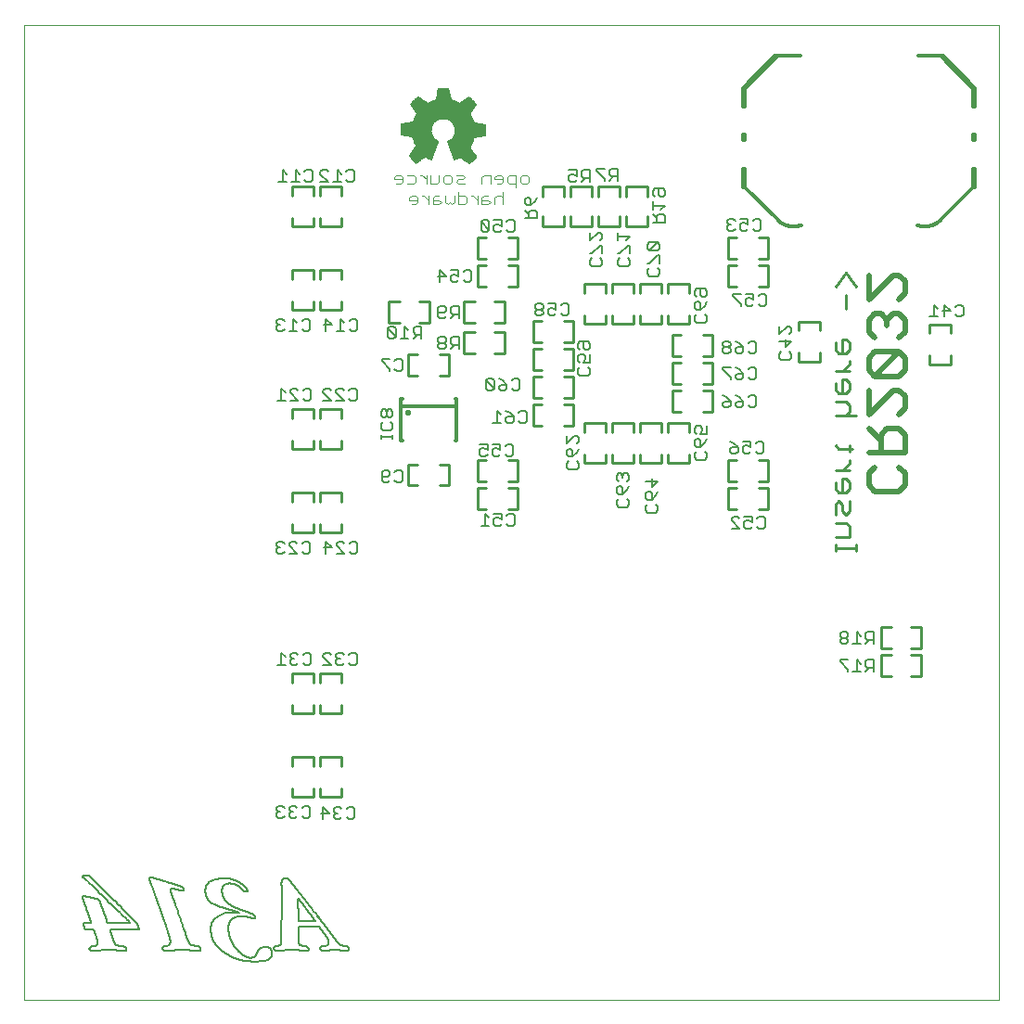
<source format=gbo>
G75*
%MOIN*%
%OFA0B0*%
%FSLAX25Y25*%
%IPPOS*%
%LPD*%
%AMOC8*
5,1,8,0,0,1.08239X$1,22.5*
%
%ADD10C,0.00000*%
%ADD11C,0.02000*%
%ADD12C,0.01100*%
%ADD13C,0.01200*%
%ADD14C,0.00500*%
%ADD15C,0.01000*%
%ADD16C,0.00700*%
%ADD17C,0.02236*%
%ADD18C,0.00787*%
%ADD19C,0.00200*%
%ADD20C,0.00400*%
D10*
X0005000Y0005000D02*
X0060118Y0005000D01*
X0355394Y0005000D01*
X0355394Y0355394D01*
X0060118Y0355394D01*
X0005000Y0355394D01*
X0005000Y0005000D01*
D11*
X0308500Y0189798D02*
X0308500Y0194135D01*
X0310669Y0196303D01*
X0312837Y0201441D02*
X0312837Y0207947D01*
X0315006Y0210115D01*
X0319343Y0210115D01*
X0321511Y0207947D01*
X0321511Y0201441D01*
X0308500Y0201441D01*
X0312837Y0205778D02*
X0308500Y0210115D01*
X0308500Y0215253D02*
X0317174Y0223927D01*
X0319343Y0223927D01*
X0321511Y0221758D01*
X0321511Y0217421D01*
X0319343Y0215253D01*
X0308500Y0215253D02*
X0308500Y0223927D01*
X0310669Y0229065D02*
X0319343Y0237739D01*
X0310669Y0237739D01*
X0308500Y0235570D01*
X0308500Y0231233D01*
X0310669Y0229065D01*
X0319343Y0229065D01*
X0321511Y0231233D01*
X0321511Y0235570D01*
X0319343Y0237739D01*
X0319343Y0242876D02*
X0321511Y0245045D01*
X0321511Y0249382D01*
X0319343Y0251550D01*
X0317174Y0251550D01*
X0315006Y0249382D01*
X0312837Y0251550D01*
X0310669Y0251550D01*
X0308500Y0249382D01*
X0308500Y0245045D01*
X0310669Y0242876D01*
X0315006Y0247213D02*
X0315006Y0249382D01*
X0319343Y0256688D02*
X0321511Y0258857D01*
X0321511Y0263194D01*
X0319343Y0265362D01*
X0317174Y0265362D01*
X0308500Y0256688D01*
X0308500Y0265362D01*
X0319343Y0196303D02*
X0321511Y0194135D01*
X0321511Y0189798D01*
X0319343Y0187629D01*
X0310669Y0187629D01*
X0308500Y0189798D01*
D12*
X0301454Y0190976D02*
X0300203Y0192227D01*
X0298952Y0192227D01*
X0298952Y0187223D01*
X0297701Y0187223D02*
X0300203Y0187223D01*
X0301454Y0188474D01*
X0301454Y0190976D01*
X0301454Y0195141D02*
X0296450Y0195141D01*
X0298952Y0195141D02*
X0301454Y0197644D01*
X0301454Y0198895D01*
X0301454Y0201740D02*
X0301454Y0204243D01*
X0302705Y0202991D02*
X0297701Y0202991D01*
X0296450Y0204243D01*
X0296450Y0214938D02*
X0303956Y0214938D01*
X0301454Y0216189D02*
X0301454Y0218692D01*
X0300203Y0219943D01*
X0296450Y0219943D01*
X0297701Y0222857D02*
X0300203Y0222857D01*
X0301454Y0224108D01*
X0301454Y0226610D01*
X0300203Y0227861D01*
X0298952Y0227861D01*
X0298952Y0222857D01*
X0297701Y0222857D02*
X0296450Y0224108D01*
X0296450Y0226610D01*
X0296450Y0230776D02*
X0301454Y0230776D01*
X0298952Y0230776D02*
X0301454Y0233278D01*
X0301454Y0234529D01*
X0300203Y0237375D02*
X0297701Y0237375D01*
X0296450Y0238626D01*
X0296450Y0241128D01*
X0298952Y0242379D02*
X0298952Y0237375D01*
X0300203Y0237375D02*
X0301454Y0238626D01*
X0301454Y0241128D01*
X0300203Y0242379D01*
X0298952Y0242379D01*
X0300203Y0253212D02*
X0300203Y0258217D01*
X0296450Y0261131D02*
X0300203Y0266135D01*
X0303956Y0261131D01*
X0301454Y0216189D02*
X0300203Y0214938D01*
X0296450Y0190976D02*
X0296450Y0188474D01*
X0297701Y0187223D01*
X0297701Y0184308D02*
X0298952Y0183057D01*
X0298952Y0180555D01*
X0300203Y0179304D01*
X0301454Y0180555D01*
X0301454Y0184308D01*
X0297701Y0184308D02*
X0296450Y0183057D01*
X0296450Y0179304D01*
X0296450Y0176389D02*
X0300203Y0176389D01*
X0301454Y0175138D01*
X0301454Y0171385D01*
X0296450Y0171385D01*
X0296450Y0168608D02*
X0296450Y0166106D01*
X0296450Y0167357D02*
X0303956Y0167357D01*
X0303956Y0166106D02*
X0303956Y0168608D01*
D13*
X0160250Y0205750D02*
X0160250Y0218250D01*
X0140250Y0218250D01*
X0140250Y0205750D01*
X0140750Y0205750D01*
X0140250Y0218250D02*
X0140250Y0220750D01*
X0140750Y0220750D01*
X0159750Y0220750D02*
X0160250Y0220750D01*
X0160250Y0218250D01*
X0160250Y0205750D02*
X0159750Y0205750D01*
X0264055Y0296890D02*
X0275791Y0285154D01*
X0275929Y0285019D01*
X0276071Y0284888D01*
X0276216Y0284760D01*
X0276363Y0284636D01*
X0276514Y0284515D01*
X0276668Y0284398D01*
X0276824Y0284285D01*
X0276983Y0284176D01*
X0277145Y0284070D01*
X0277310Y0283969D01*
X0277476Y0283872D01*
X0277645Y0283779D01*
X0277817Y0283690D01*
X0277990Y0283605D01*
X0278166Y0283525D01*
X0278343Y0283448D01*
X0278523Y0283377D01*
X0278704Y0283309D01*
X0278886Y0283246D01*
X0279070Y0283188D01*
X0279256Y0283134D01*
X0279442Y0283085D01*
X0279630Y0283040D01*
X0279819Y0283000D01*
X0280009Y0282965D01*
X0280199Y0282934D01*
X0280391Y0282908D01*
X0280583Y0282886D01*
X0280775Y0282870D01*
X0280968Y0282858D01*
X0281161Y0282850D01*
X0281354Y0282848D01*
X0281547Y0282850D01*
X0281740Y0282857D01*
X0281933Y0282869D01*
X0282125Y0282885D01*
X0282317Y0282906D01*
X0282508Y0282932D01*
X0282699Y0282963D01*
X0282889Y0282998D01*
X0283078Y0283038D01*
X0283266Y0283082D01*
X0283452Y0283131D01*
X0283638Y0283185D01*
X0283822Y0283243D01*
X0284005Y0283306D01*
X0284186Y0283373D01*
X0264055Y0296890D02*
X0264055Y0303583D01*
X0263268Y0303583D01*
X0263268Y0296890D01*
X0263268Y0313819D02*
X0264055Y0313819D01*
X0264055Y0315787D01*
X0263268Y0315787D01*
X0263268Y0313819D01*
X0263268Y0326024D02*
X0264055Y0326024D01*
X0264055Y0332323D01*
X0275866Y0344134D01*
X0274685Y0344134D01*
X0263268Y0332717D01*
X0263268Y0326024D01*
X0275866Y0344134D02*
X0283740Y0344134D01*
X0326260Y0344134D02*
X0334134Y0344134D01*
X0345945Y0332323D01*
X0345945Y0326024D01*
X0346732Y0326024D01*
X0346732Y0332717D01*
X0335315Y0344134D01*
X0334134Y0344134D01*
X0345945Y0315787D02*
X0345945Y0313819D01*
X0346732Y0313819D01*
X0346732Y0315787D01*
X0345945Y0315787D01*
X0345945Y0303583D02*
X0346732Y0303583D01*
X0346732Y0296890D01*
X0345945Y0296890D01*
X0334209Y0285154D01*
X0334071Y0285019D01*
X0333929Y0284888D01*
X0333784Y0284760D01*
X0333637Y0284636D01*
X0333486Y0284515D01*
X0333332Y0284398D01*
X0333176Y0284285D01*
X0333017Y0284176D01*
X0332855Y0284070D01*
X0332690Y0283969D01*
X0332524Y0283872D01*
X0332355Y0283779D01*
X0332183Y0283690D01*
X0332010Y0283605D01*
X0331834Y0283525D01*
X0331657Y0283448D01*
X0331477Y0283377D01*
X0331296Y0283309D01*
X0331114Y0283246D01*
X0330930Y0283188D01*
X0330744Y0283134D01*
X0330558Y0283085D01*
X0330370Y0283040D01*
X0330181Y0283000D01*
X0329991Y0282965D01*
X0329801Y0282934D01*
X0329609Y0282908D01*
X0329417Y0282886D01*
X0329225Y0282870D01*
X0329032Y0282858D01*
X0328839Y0282850D01*
X0328646Y0282848D01*
X0328453Y0282850D01*
X0328260Y0282857D01*
X0328067Y0282869D01*
X0327875Y0282885D01*
X0327683Y0282906D01*
X0327492Y0282932D01*
X0327301Y0282963D01*
X0327111Y0282998D01*
X0326922Y0283038D01*
X0326734Y0283082D01*
X0326548Y0283131D01*
X0326362Y0283185D01*
X0326178Y0283243D01*
X0325995Y0283306D01*
X0325814Y0283373D01*
X0345945Y0296890D02*
X0345945Y0303583D01*
D14*
X0264055Y0296890D02*
X0263268Y0296890D01*
D15*
X0261000Y0278748D02*
X0257752Y0278748D01*
X0257752Y0271252D01*
X0261000Y0271252D01*
X0261000Y0268748D02*
X0257752Y0268748D01*
X0257752Y0261252D01*
X0261000Y0261252D01*
X0269000Y0261252D02*
X0272248Y0261252D01*
X0272248Y0268748D01*
X0269000Y0268748D01*
X0269000Y0271252D02*
X0272248Y0271252D01*
X0272248Y0278748D01*
X0269000Y0278748D01*
X0243748Y0262248D02*
X0236252Y0262248D01*
X0236252Y0259000D01*
X0233748Y0259000D02*
X0233748Y0262248D01*
X0226252Y0262248D01*
X0226252Y0259000D01*
X0223748Y0259000D02*
X0223748Y0262248D01*
X0216252Y0262248D01*
X0216252Y0259000D01*
X0213748Y0259000D02*
X0213748Y0262248D01*
X0206252Y0262248D01*
X0206252Y0259000D01*
X0206252Y0251000D02*
X0206252Y0247752D01*
X0213748Y0247752D01*
X0213748Y0251000D01*
X0216252Y0251000D02*
X0216252Y0247752D01*
X0223748Y0247752D01*
X0223748Y0251000D01*
X0226252Y0251000D02*
X0226252Y0247752D01*
X0233748Y0247752D01*
X0233748Y0251000D01*
X0236252Y0251000D02*
X0236252Y0247752D01*
X0243748Y0247752D01*
X0243748Y0251000D01*
X0241000Y0243748D02*
X0237752Y0243748D01*
X0237752Y0236252D01*
X0241000Y0236252D01*
X0241000Y0233748D02*
X0237752Y0233748D01*
X0237752Y0226252D01*
X0241000Y0226252D01*
X0241000Y0223748D02*
X0237752Y0223748D01*
X0237752Y0216252D01*
X0241000Y0216252D01*
X0249000Y0216252D02*
X0252248Y0216252D01*
X0252248Y0223748D01*
X0249000Y0223748D01*
X0249000Y0226252D02*
X0252248Y0226252D01*
X0252248Y0233748D01*
X0249000Y0233748D01*
X0249000Y0236252D02*
X0252248Y0236252D01*
X0252248Y0243748D01*
X0249000Y0243748D01*
X0243748Y0259000D02*
X0243748Y0262248D01*
X0228748Y0282752D02*
X0221252Y0282752D01*
X0221252Y0286500D01*
X0218748Y0286500D02*
X0218748Y0282752D01*
X0211252Y0282752D01*
X0211252Y0286500D01*
X0208748Y0286500D02*
X0208748Y0282752D01*
X0201252Y0282752D01*
X0201252Y0286500D01*
X0198748Y0286500D02*
X0198748Y0282752D01*
X0191252Y0282752D01*
X0191252Y0286500D01*
X0191252Y0293500D02*
X0191252Y0297248D01*
X0198748Y0297248D01*
X0198748Y0293500D01*
X0201252Y0293500D02*
X0201252Y0297248D01*
X0208748Y0297248D01*
X0208748Y0293500D01*
X0211252Y0293500D02*
X0211252Y0297248D01*
X0218748Y0297248D01*
X0218748Y0293500D01*
X0221252Y0293500D02*
X0221252Y0297248D01*
X0228748Y0297248D01*
X0228748Y0293500D01*
X0228748Y0286500D02*
X0228748Y0282752D01*
X0182248Y0278748D02*
X0182248Y0271252D01*
X0179000Y0271252D01*
X0179000Y0268748D02*
X0182248Y0268748D01*
X0182248Y0261252D01*
X0179000Y0261252D01*
X0171000Y0261252D02*
X0167752Y0261252D01*
X0167752Y0268748D01*
X0171000Y0268748D01*
X0171000Y0271252D02*
X0167752Y0271252D01*
X0167752Y0278748D01*
X0171000Y0278748D01*
X0179000Y0278748D02*
X0182248Y0278748D01*
X0177498Y0255748D02*
X0173750Y0255748D01*
X0177498Y0255748D02*
X0177498Y0248252D01*
X0173750Y0248252D01*
X0173750Y0244748D02*
X0177498Y0244748D01*
X0177498Y0237252D01*
X0173750Y0237252D01*
X0166750Y0237252D02*
X0163002Y0237252D01*
X0163002Y0244748D01*
X0166750Y0244748D01*
X0166750Y0248252D02*
X0163002Y0248252D01*
X0163002Y0255748D01*
X0166750Y0255748D01*
X0150498Y0255748D02*
X0150498Y0248252D01*
X0146750Y0248252D01*
X0139750Y0248252D02*
X0136002Y0248252D01*
X0136002Y0255748D01*
X0139750Y0255748D01*
X0146750Y0255748D02*
X0150498Y0255748D01*
X0154250Y0236748D02*
X0157498Y0236748D01*
X0157498Y0229252D01*
X0154250Y0229252D01*
X0146250Y0229252D02*
X0143002Y0229252D01*
X0143002Y0236748D01*
X0146250Y0236748D01*
X0118748Y0252752D02*
X0111252Y0252752D01*
X0111252Y0256000D01*
X0108748Y0256000D02*
X0108748Y0252752D01*
X0101252Y0252752D01*
X0101252Y0256000D01*
X0101252Y0264000D02*
X0101252Y0267248D01*
X0108748Y0267248D01*
X0108748Y0264000D01*
X0111252Y0264000D02*
X0111252Y0267248D01*
X0118748Y0267248D01*
X0118748Y0264000D01*
X0118748Y0256000D02*
X0118748Y0252752D01*
X0118748Y0282752D02*
X0111252Y0282752D01*
X0111252Y0286000D01*
X0108748Y0286000D02*
X0108748Y0282752D01*
X0101252Y0282752D01*
X0101252Y0286000D01*
X0101252Y0294000D02*
X0101252Y0297248D01*
X0108748Y0297248D01*
X0108748Y0294000D01*
X0111252Y0294000D02*
X0111252Y0297248D01*
X0118748Y0297248D01*
X0118748Y0294000D01*
X0118748Y0286000D02*
X0118748Y0282752D01*
X0187752Y0248748D02*
X0191000Y0248748D01*
X0187752Y0248748D02*
X0187752Y0241252D01*
X0191000Y0241252D01*
X0191000Y0238748D02*
X0187752Y0238748D01*
X0187752Y0231252D01*
X0191000Y0231252D01*
X0191000Y0228748D02*
X0187752Y0228748D01*
X0187752Y0221252D01*
X0191000Y0221252D01*
X0191000Y0218748D02*
X0187752Y0218748D01*
X0187752Y0211252D01*
X0191000Y0211252D01*
X0199000Y0211252D02*
X0202248Y0211252D01*
X0202248Y0218748D01*
X0199000Y0218748D01*
X0199000Y0221252D02*
X0202248Y0221252D01*
X0202248Y0228748D01*
X0199000Y0228748D01*
X0199000Y0231252D02*
X0202248Y0231252D01*
X0202248Y0238748D01*
X0199000Y0238748D01*
X0199000Y0241252D02*
X0202248Y0241252D01*
X0202248Y0248748D01*
X0199000Y0248748D01*
X0206252Y0212248D02*
X0206252Y0209000D01*
X0206252Y0212248D02*
X0213748Y0212248D01*
X0213748Y0209000D01*
X0216252Y0209000D02*
X0216252Y0212248D01*
X0223748Y0212248D01*
X0223748Y0209000D01*
X0226252Y0209000D02*
X0226252Y0212248D01*
X0233748Y0212248D01*
X0233748Y0209000D01*
X0236252Y0209000D02*
X0236252Y0212248D01*
X0243748Y0212248D01*
X0243748Y0209000D01*
X0243748Y0201000D02*
X0243748Y0197752D01*
X0236252Y0197752D01*
X0236252Y0201000D01*
X0233748Y0201000D02*
X0233748Y0197752D01*
X0226252Y0197752D01*
X0226252Y0201000D01*
X0223748Y0201000D02*
X0223748Y0197752D01*
X0216252Y0197752D01*
X0216252Y0201000D01*
X0213748Y0201000D02*
X0213748Y0197752D01*
X0206252Y0197752D01*
X0206252Y0201000D01*
X0182248Y0198748D02*
X0182248Y0191252D01*
X0179000Y0191252D01*
X0179000Y0188748D02*
X0182248Y0188748D01*
X0182248Y0181252D01*
X0179000Y0181252D01*
X0171000Y0181252D02*
X0167752Y0181252D01*
X0167752Y0188748D01*
X0171000Y0188748D01*
X0171000Y0191252D02*
X0167752Y0191252D01*
X0167752Y0198748D01*
X0171000Y0198748D01*
X0179000Y0198748D02*
X0182248Y0198748D01*
X0157498Y0197248D02*
X0157498Y0189752D01*
X0154250Y0189752D01*
X0146250Y0189752D02*
X0143002Y0189752D01*
X0143002Y0197248D01*
X0146250Y0197248D01*
X0154250Y0197248D02*
X0157498Y0197248D01*
X0118748Y0202752D02*
X0118748Y0206000D01*
X0118748Y0202752D02*
X0111252Y0202752D01*
X0111252Y0206000D01*
X0108748Y0206000D02*
X0108748Y0202752D01*
X0101252Y0202752D01*
X0101252Y0206000D01*
X0101252Y0214000D02*
X0101252Y0217248D01*
X0108748Y0217248D01*
X0108748Y0214000D01*
X0111252Y0214000D02*
X0111252Y0217248D01*
X0118748Y0217248D01*
X0118748Y0214000D01*
X0118748Y0187248D02*
X0111252Y0187248D01*
X0111252Y0184000D01*
X0108748Y0184000D02*
X0108748Y0187248D01*
X0101252Y0187248D01*
X0101252Y0184000D01*
X0101252Y0176000D02*
X0101252Y0172752D01*
X0108748Y0172752D01*
X0108748Y0176000D01*
X0111252Y0176000D02*
X0111252Y0172752D01*
X0118748Y0172752D01*
X0118748Y0176000D01*
X0118748Y0184000D02*
X0118748Y0187248D01*
X0118748Y0122248D02*
X0111252Y0122248D01*
X0111252Y0119000D01*
X0108748Y0119000D02*
X0108748Y0122248D01*
X0101252Y0122248D01*
X0101252Y0119000D01*
X0101252Y0111000D02*
X0101252Y0107752D01*
X0108748Y0107752D01*
X0108748Y0111000D01*
X0111252Y0111000D02*
X0111252Y0107752D01*
X0118748Y0107752D01*
X0118748Y0111000D01*
X0118748Y0119000D02*
X0118748Y0122248D01*
X0118748Y0092248D02*
X0111252Y0092248D01*
X0111252Y0089000D01*
X0108748Y0089000D02*
X0108748Y0092248D01*
X0101252Y0092248D01*
X0101252Y0089000D01*
X0101252Y0081000D02*
X0101252Y0077752D01*
X0108748Y0077752D01*
X0108748Y0081000D01*
X0111252Y0081000D02*
X0111252Y0077752D01*
X0118748Y0077752D01*
X0118748Y0081000D01*
X0118748Y0089000D02*
X0118748Y0092248D01*
X0257752Y0181252D02*
X0257752Y0188748D01*
X0261000Y0188748D01*
X0261000Y0191252D02*
X0257752Y0191252D01*
X0257752Y0198748D01*
X0261000Y0198748D01*
X0269000Y0198748D02*
X0272248Y0198748D01*
X0272248Y0191252D01*
X0269000Y0191252D01*
X0269000Y0188748D02*
X0272248Y0188748D01*
X0272248Y0181252D01*
X0269000Y0181252D01*
X0261000Y0181252D02*
X0257752Y0181252D01*
X0312752Y0138748D02*
X0312752Y0131252D01*
X0316500Y0131252D01*
X0316500Y0128748D02*
X0312752Y0128748D01*
X0312752Y0121252D01*
X0316500Y0121252D01*
X0323500Y0121252D02*
X0327248Y0121252D01*
X0327248Y0128748D01*
X0323500Y0128748D01*
X0323500Y0131252D02*
X0327248Y0131252D01*
X0327248Y0138748D01*
X0323500Y0138748D01*
X0316500Y0138748D02*
X0312752Y0138748D01*
X0330379Y0233166D02*
X0330379Y0236414D01*
X0330379Y0233166D02*
X0337875Y0233166D01*
X0337875Y0236414D01*
X0337875Y0244414D02*
X0337875Y0247662D01*
X0330379Y0247662D01*
X0330379Y0244414D01*
X0290792Y0245414D02*
X0290792Y0248662D01*
X0283296Y0248662D01*
X0283296Y0245414D01*
X0283296Y0237414D02*
X0283296Y0234166D01*
X0290792Y0234166D01*
X0290792Y0237414D01*
D16*
X0280559Y0237052D02*
X0280559Y0235618D01*
X0279842Y0234900D01*
X0276973Y0234900D01*
X0276256Y0235618D01*
X0276256Y0237052D01*
X0276973Y0237769D01*
X0278407Y0239504D02*
X0278407Y0242373D01*
X0279842Y0244108D02*
X0280559Y0244825D01*
X0280559Y0246260D01*
X0279842Y0246977D01*
X0279125Y0246977D01*
X0276256Y0244108D01*
X0276256Y0246977D01*
X0276256Y0241656D02*
X0280559Y0241656D01*
X0278407Y0239504D01*
X0279842Y0237769D02*
X0280559Y0237052D01*
X0267962Y0238067D02*
X0267245Y0237350D01*
X0265810Y0237350D01*
X0265093Y0238067D01*
X0263358Y0238067D02*
X0263358Y0239502D01*
X0261206Y0239502D01*
X0260489Y0238785D01*
X0260489Y0238067D01*
X0261206Y0237350D01*
X0262641Y0237350D01*
X0263358Y0238067D01*
X0263358Y0239502D02*
X0261923Y0240936D01*
X0260489Y0241654D01*
X0258754Y0240936D02*
X0258754Y0240219D01*
X0258037Y0239502D01*
X0256602Y0239502D01*
X0255885Y0238785D01*
X0255885Y0238067D01*
X0256602Y0237350D01*
X0258037Y0237350D01*
X0258754Y0238067D01*
X0258754Y0238785D01*
X0258037Y0239502D01*
X0256602Y0239502D02*
X0255885Y0240219D01*
X0255885Y0240936D01*
X0256602Y0241654D01*
X0258037Y0241654D01*
X0258754Y0240936D01*
X0265093Y0240936D02*
X0265810Y0241654D01*
X0267245Y0241654D01*
X0267962Y0240936D01*
X0267962Y0238067D01*
X0267245Y0232154D02*
X0267962Y0231436D01*
X0267962Y0228567D01*
X0267245Y0227850D01*
X0265810Y0227850D01*
X0265093Y0228567D01*
X0263358Y0228567D02*
X0262641Y0227850D01*
X0261206Y0227850D01*
X0260489Y0228567D01*
X0260489Y0229285D01*
X0261206Y0230002D01*
X0263358Y0230002D01*
X0263358Y0228567D01*
X0263358Y0230002D02*
X0261923Y0231436D01*
X0260489Y0232154D01*
X0258754Y0232154D02*
X0255885Y0232154D01*
X0255885Y0231436D01*
X0258754Y0228567D01*
X0258754Y0227850D01*
X0265093Y0231436D02*
X0265810Y0232154D01*
X0267245Y0232154D01*
X0267245Y0222154D02*
X0267962Y0221436D01*
X0267962Y0218567D01*
X0267245Y0217850D01*
X0265810Y0217850D01*
X0265093Y0218567D01*
X0263358Y0218567D02*
X0263358Y0220002D01*
X0261206Y0220002D01*
X0260489Y0219285D01*
X0260489Y0218567D01*
X0261206Y0217850D01*
X0262641Y0217850D01*
X0263358Y0218567D01*
X0263358Y0220002D02*
X0261923Y0221436D01*
X0260489Y0222154D01*
X0258754Y0220002D02*
X0256602Y0220002D01*
X0255885Y0219285D01*
X0255885Y0218567D01*
X0256602Y0217850D01*
X0258037Y0217850D01*
X0258754Y0218567D01*
X0258754Y0220002D01*
X0257319Y0221436D01*
X0255885Y0222154D01*
X0265093Y0221436D02*
X0265810Y0222154D01*
X0267245Y0222154D01*
X0250154Y0211115D02*
X0250154Y0208246D01*
X0248002Y0208246D01*
X0248719Y0209681D01*
X0248719Y0210398D01*
X0248002Y0211115D01*
X0246567Y0211115D01*
X0245850Y0210398D01*
X0245850Y0208963D01*
X0246567Y0208246D01*
X0246567Y0206511D02*
X0247285Y0206511D01*
X0248002Y0205794D01*
X0248002Y0203642D01*
X0246567Y0203642D01*
X0245850Y0204359D01*
X0245850Y0205794D01*
X0246567Y0206511D01*
X0249436Y0205077D02*
X0248002Y0203642D01*
X0249436Y0205077D02*
X0250154Y0206511D01*
X0249436Y0201907D02*
X0250154Y0201190D01*
X0250154Y0199755D01*
X0249436Y0199038D01*
X0246567Y0199038D01*
X0245850Y0199755D01*
X0245850Y0201190D01*
X0246567Y0201907D01*
X0258573Y0202067D02*
X0259290Y0201350D01*
X0260725Y0201350D01*
X0261442Y0202067D01*
X0261442Y0203502D01*
X0259290Y0203502D01*
X0258573Y0202785D01*
X0258573Y0202067D01*
X0260008Y0204936D02*
X0261442Y0203502D01*
X0263177Y0203502D02*
X0263177Y0202067D01*
X0263894Y0201350D01*
X0265329Y0201350D01*
X0266046Y0202067D01*
X0266046Y0203502D02*
X0264612Y0204219D01*
X0263894Y0204219D01*
X0263177Y0203502D01*
X0263177Y0205654D02*
X0266046Y0205654D01*
X0266046Y0203502D01*
X0267781Y0204936D02*
X0268498Y0205654D01*
X0269933Y0205654D01*
X0270650Y0204936D01*
X0270650Y0202067D01*
X0269933Y0201350D01*
X0268498Y0201350D01*
X0267781Y0202067D01*
X0260008Y0204936D02*
X0258573Y0205654D01*
X0232654Y0191398D02*
X0230502Y0189246D01*
X0230502Y0192115D01*
X0228350Y0191398D02*
X0232654Y0191398D01*
X0232654Y0187511D02*
X0231936Y0186077D01*
X0230502Y0184642D01*
X0230502Y0186794D01*
X0229785Y0187511D01*
X0229067Y0187511D01*
X0228350Y0186794D01*
X0228350Y0185359D01*
X0229067Y0184642D01*
X0230502Y0184642D01*
X0231936Y0182907D02*
X0232654Y0182190D01*
X0232654Y0180755D01*
X0231936Y0180038D01*
X0229067Y0180038D01*
X0228350Y0180755D01*
X0228350Y0182190D01*
X0229067Y0182907D01*
X0222154Y0182755D02*
X0222154Y0184190D01*
X0221436Y0184907D01*
X0220002Y0186642D02*
X0220002Y0188794D01*
X0219285Y0189511D01*
X0218567Y0189511D01*
X0217850Y0188794D01*
X0217850Y0187359D01*
X0218567Y0186642D01*
X0220002Y0186642D01*
X0221436Y0188077D01*
X0222154Y0189511D01*
X0221436Y0191246D02*
X0222154Y0191963D01*
X0222154Y0193398D01*
X0221436Y0194115D01*
X0220719Y0194115D01*
X0220002Y0193398D01*
X0219285Y0194115D01*
X0218567Y0194115D01*
X0217850Y0193398D01*
X0217850Y0191963D01*
X0218567Y0191246D01*
X0220002Y0192681D02*
X0220002Y0193398D01*
X0218567Y0184907D02*
X0217850Y0184190D01*
X0217850Y0182755D01*
X0218567Y0182038D01*
X0221436Y0182038D01*
X0222154Y0182755D01*
X0204154Y0196255D02*
X0203436Y0195538D01*
X0200567Y0195538D01*
X0199850Y0196255D01*
X0199850Y0197690D01*
X0200567Y0198407D01*
X0200567Y0200142D02*
X0199850Y0200859D01*
X0199850Y0202294D01*
X0200567Y0203011D01*
X0201285Y0203011D01*
X0202002Y0202294D01*
X0202002Y0200142D01*
X0200567Y0200142D01*
X0202002Y0200142D02*
X0203436Y0201577D01*
X0204154Y0203011D01*
X0203436Y0204746D02*
X0204154Y0205463D01*
X0204154Y0206898D01*
X0203436Y0207615D01*
X0202719Y0207615D01*
X0199850Y0204746D01*
X0199850Y0207615D01*
X0203436Y0198407D02*
X0204154Y0197690D01*
X0204154Y0196255D01*
X0180650Y0201067D02*
X0179933Y0200350D01*
X0178498Y0200350D01*
X0177781Y0201067D01*
X0176046Y0201067D02*
X0175329Y0200350D01*
X0173894Y0200350D01*
X0173177Y0201067D01*
X0173177Y0202502D01*
X0173894Y0203219D01*
X0174612Y0203219D01*
X0176046Y0202502D01*
X0176046Y0204654D01*
X0173177Y0204654D01*
X0171442Y0204654D02*
X0171442Y0202502D01*
X0170008Y0203219D01*
X0169290Y0203219D01*
X0168573Y0202502D01*
X0168573Y0201067D01*
X0169290Y0200350D01*
X0170725Y0200350D01*
X0171442Y0201067D01*
X0171442Y0204654D02*
X0168573Y0204654D01*
X0173385Y0212350D02*
X0176254Y0212350D01*
X0174819Y0212350D02*
X0174819Y0216654D01*
X0176254Y0215219D01*
X0177989Y0213785D02*
X0178706Y0214502D01*
X0180858Y0214502D01*
X0180858Y0213067D01*
X0180141Y0212350D01*
X0178706Y0212350D01*
X0177989Y0213067D01*
X0177989Y0213785D01*
X0179423Y0215936D02*
X0180858Y0214502D01*
X0179423Y0215936D02*
X0177989Y0216654D01*
X0182593Y0215936D02*
X0183310Y0216654D01*
X0184745Y0216654D01*
X0185462Y0215936D01*
X0185462Y0213067D01*
X0184745Y0212350D01*
X0183310Y0212350D01*
X0182593Y0213067D01*
X0179933Y0204654D02*
X0180650Y0203936D01*
X0180650Y0201067D01*
X0179933Y0204654D02*
X0178498Y0204654D01*
X0177781Y0203936D01*
X0177641Y0223850D02*
X0176206Y0223850D01*
X0175489Y0224567D01*
X0175489Y0225285D01*
X0176206Y0226002D01*
X0178358Y0226002D01*
X0178358Y0224567D01*
X0177641Y0223850D01*
X0178358Y0226002D02*
X0176923Y0227436D01*
X0175489Y0228154D01*
X0173754Y0227436D02*
X0173037Y0228154D01*
X0171602Y0228154D01*
X0170885Y0227436D01*
X0173754Y0224567D01*
X0173037Y0223850D01*
X0171602Y0223850D01*
X0170885Y0224567D01*
X0170885Y0227436D01*
X0173754Y0227436D02*
X0173754Y0224567D01*
X0180093Y0224567D02*
X0180810Y0223850D01*
X0182245Y0223850D01*
X0182962Y0224567D01*
X0182962Y0227436D01*
X0182245Y0228154D01*
X0180810Y0228154D01*
X0180093Y0227436D01*
X0161150Y0238850D02*
X0161150Y0243154D01*
X0158998Y0243154D01*
X0158281Y0242436D01*
X0158281Y0241002D01*
X0158998Y0240285D01*
X0161150Y0240285D01*
X0159715Y0240285D02*
X0158281Y0238850D01*
X0156546Y0239567D02*
X0156546Y0240285D01*
X0155829Y0241002D01*
X0154394Y0241002D01*
X0153677Y0240285D01*
X0153677Y0239567D01*
X0154394Y0238850D01*
X0155829Y0238850D01*
X0156546Y0239567D01*
X0155829Y0241002D02*
X0156546Y0241719D01*
X0156546Y0242436D01*
X0155829Y0243154D01*
X0154394Y0243154D01*
X0153677Y0242436D01*
X0153677Y0241719D01*
X0154394Y0241002D01*
X0147650Y0242600D02*
X0147650Y0246904D01*
X0145498Y0246904D01*
X0144781Y0246186D01*
X0144781Y0244752D01*
X0145498Y0244035D01*
X0147650Y0244035D01*
X0146215Y0244035D02*
X0144781Y0242600D01*
X0143046Y0242600D02*
X0140177Y0242600D01*
X0141612Y0242600D02*
X0141612Y0246904D01*
X0143046Y0245469D01*
X0138442Y0246186D02*
X0137725Y0246904D01*
X0136290Y0246904D01*
X0135573Y0246186D01*
X0138442Y0243317D01*
X0137725Y0242600D01*
X0136290Y0242600D01*
X0135573Y0243317D01*
X0135573Y0246186D01*
X0138442Y0246186D02*
X0138442Y0243317D01*
X0138748Y0235154D02*
X0140183Y0235154D01*
X0140900Y0234436D01*
X0140900Y0231567D01*
X0140183Y0230850D01*
X0138748Y0230850D01*
X0138031Y0231567D01*
X0136296Y0231567D02*
X0136296Y0230850D01*
X0136296Y0231567D02*
X0133427Y0234436D01*
X0133427Y0235154D01*
X0136296Y0235154D01*
X0138031Y0234436D02*
X0138748Y0235154D01*
X0124650Y0246067D02*
X0123933Y0245350D01*
X0122498Y0245350D01*
X0121781Y0246067D01*
X0120046Y0245350D02*
X0117177Y0245350D01*
X0118612Y0245350D02*
X0118612Y0249654D01*
X0120046Y0248219D01*
X0121781Y0248936D02*
X0122498Y0249654D01*
X0123933Y0249654D01*
X0124650Y0248936D01*
X0124650Y0246067D01*
X0115442Y0247502D02*
X0112573Y0247502D01*
X0113290Y0245350D02*
X0113290Y0249654D01*
X0115442Y0247502D01*
X0107650Y0248936D02*
X0107650Y0246067D01*
X0106933Y0245350D01*
X0105498Y0245350D01*
X0104781Y0246067D01*
X0103046Y0245350D02*
X0100177Y0245350D01*
X0101612Y0245350D02*
X0101612Y0249654D01*
X0103046Y0248219D01*
X0104781Y0248936D02*
X0105498Y0249654D01*
X0106933Y0249654D01*
X0107650Y0248936D01*
X0098442Y0248936D02*
X0097725Y0249654D01*
X0096290Y0249654D01*
X0095573Y0248936D01*
X0095573Y0248219D01*
X0096290Y0247502D01*
X0095573Y0246785D01*
X0095573Y0246067D01*
X0096290Y0245350D01*
X0097725Y0245350D01*
X0098442Y0246067D01*
X0097008Y0247502D02*
X0096290Y0247502D01*
X0097319Y0224654D02*
X0097319Y0220350D01*
X0095885Y0220350D02*
X0098754Y0220350D01*
X0100489Y0220350D02*
X0103358Y0220350D01*
X0100489Y0223219D01*
X0100489Y0223936D01*
X0101206Y0224654D01*
X0102641Y0224654D01*
X0103358Y0223936D01*
X0105093Y0223936D02*
X0105810Y0224654D01*
X0107245Y0224654D01*
X0107962Y0223936D01*
X0107962Y0221067D01*
X0107245Y0220350D01*
X0105810Y0220350D01*
X0105093Y0221067D01*
X0098754Y0223219D02*
X0097319Y0224654D01*
X0112385Y0223936D02*
X0112385Y0223219D01*
X0115254Y0220350D01*
X0112385Y0220350D01*
X0112385Y0223936D02*
X0113102Y0224654D01*
X0114537Y0224654D01*
X0115254Y0223936D01*
X0116989Y0223936D02*
X0117706Y0224654D01*
X0119141Y0224654D01*
X0119858Y0223936D01*
X0121593Y0223936D02*
X0122310Y0224654D01*
X0123745Y0224654D01*
X0124462Y0223936D01*
X0124462Y0221067D01*
X0123745Y0220350D01*
X0122310Y0220350D01*
X0121593Y0221067D01*
X0119858Y0220350D02*
X0116989Y0223219D01*
X0116989Y0223936D01*
X0116989Y0220350D02*
X0119858Y0220350D01*
X0133100Y0216398D02*
X0133100Y0214963D01*
X0133817Y0214246D01*
X0134535Y0214246D01*
X0135252Y0214963D01*
X0135252Y0216398D01*
X0134535Y0217115D01*
X0133817Y0217115D01*
X0133100Y0216398D01*
X0135252Y0216398D02*
X0135969Y0217115D01*
X0136686Y0217115D01*
X0137404Y0216398D01*
X0137404Y0214963D01*
X0136686Y0214246D01*
X0135969Y0214246D01*
X0135252Y0214963D01*
X0136686Y0212511D02*
X0137404Y0211794D01*
X0137404Y0210359D01*
X0136686Y0209642D01*
X0133817Y0209642D01*
X0133100Y0210359D01*
X0133100Y0211794D01*
X0133817Y0212511D01*
X0133100Y0208007D02*
X0133100Y0206573D01*
X0133100Y0207290D02*
X0137404Y0207290D01*
X0137404Y0206573D02*
X0137404Y0208007D01*
X0138748Y0195154D02*
X0140183Y0195154D01*
X0140900Y0194436D01*
X0140900Y0191567D01*
X0140183Y0190850D01*
X0138748Y0190850D01*
X0138031Y0191567D01*
X0136296Y0191567D02*
X0135579Y0190850D01*
X0134144Y0190850D01*
X0133427Y0191567D01*
X0133427Y0194436D01*
X0134144Y0195154D01*
X0135579Y0195154D01*
X0136296Y0194436D01*
X0136296Y0193719D01*
X0135579Y0193002D01*
X0133427Y0193002D01*
X0138031Y0194436D02*
X0138748Y0195154D01*
X0170508Y0179654D02*
X0171942Y0178219D01*
X0173677Y0177502D02*
X0173677Y0176067D01*
X0174394Y0175350D01*
X0175829Y0175350D01*
X0176546Y0176067D01*
X0176546Y0177502D02*
X0175112Y0178219D01*
X0174394Y0178219D01*
X0173677Y0177502D01*
X0173677Y0179654D02*
X0176546Y0179654D01*
X0176546Y0177502D01*
X0178281Y0178936D02*
X0178998Y0179654D01*
X0180433Y0179654D01*
X0181150Y0178936D01*
X0181150Y0176067D01*
X0180433Y0175350D01*
X0178998Y0175350D01*
X0178281Y0176067D01*
X0171942Y0175350D02*
X0169073Y0175350D01*
X0170508Y0175350D02*
X0170508Y0179654D01*
X0124650Y0168936D02*
X0124650Y0166067D01*
X0123933Y0165350D01*
X0122498Y0165350D01*
X0121781Y0166067D01*
X0120046Y0165350D02*
X0117177Y0168219D01*
X0117177Y0168936D01*
X0117894Y0169654D01*
X0119329Y0169654D01*
X0120046Y0168936D01*
X0121781Y0168936D02*
X0122498Y0169654D01*
X0123933Y0169654D01*
X0124650Y0168936D01*
X0120046Y0165350D02*
X0117177Y0165350D01*
X0115442Y0167502D02*
X0112573Y0167502D01*
X0113290Y0165350D02*
X0113290Y0169654D01*
X0115442Y0167502D01*
X0107650Y0168936D02*
X0107650Y0166067D01*
X0106933Y0165350D01*
X0105498Y0165350D01*
X0104781Y0166067D01*
X0103046Y0165350D02*
X0100177Y0168219D01*
X0100177Y0168936D01*
X0100894Y0169654D01*
X0102329Y0169654D01*
X0103046Y0168936D01*
X0104781Y0168936D02*
X0105498Y0169654D01*
X0106933Y0169654D01*
X0107650Y0168936D01*
X0103046Y0165350D02*
X0100177Y0165350D01*
X0098442Y0166067D02*
X0097725Y0165350D01*
X0096290Y0165350D01*
X0095573Y0166067D01*
X0095573Y0166785D01*
X0096290Y0167502D01*
X0097008Y0167502D01*
X0096290Y0167502D02*
X0095573Y0168219D01*
X0095573Y0168936D01*
X0096290Y0169654D01*
X0097725Y0169654D01*
X0098442Y0168936D01*
X0097319Y0129654D02*
X0097319Y0125350D01*
X0095885Y0125350D02*
X0098754Y0125350D01*
X0100489Y0126067D02*
X0101206Y0125350D01*
X0102641Y0125350D01*
X0103358Y0126067D01*
X0105093Y0126067D02*
X0105810Y0125350D01*
X0107245Y0125350D01*
X0107962Y0126067D01*
X0107962Y0128936D01*
X0107245Y0129654D01*
X0105810Y0129654D01*
X0105093Y0128936D01*
X0103358Y0128936D02*
X0102641Y0129654D01*
X0101206Y0129654D01*
X0100489Y0128936D01*
X0100489Y0128219D01*
X0101206Y0127502D01*
X0100489Y0126785D01*
X0100489Y0126067D01*
X0101206Y0127502D02*
X0101923Y0127502D01*
X0098754Y0128219D02*
X0097319Y0129654D01*
X0112385Y0128936D02*
X0112385Y0128219D01*
X0115254Y0125350D01*
X0112385Y0125350D01*
X0112385Y0128936D02*
X0113102Y0129654D01*
X0114537Y0129654D01*
X0115254Y0128936D01*
X0116989Y0128936D02*
X0116989Y0128219D01*
X0117706Y0127502D01*
X0116989Y0126785D01*
X0116989Y0126067D01*
X0117706Y0125350D01*
X0119141Y0125350D01*
X0119858Y0126067D01*
X0121593Y0126067D02*
X0122310Y0125350D01*
X0123745Y0125350D01*
X0124462Y0126067D01*
X0124462Y0128936D01*
X0123745Y0129654D01*
X0122310Y0129654D01*
X0121593Y0128936D01*
X0119858Y0128936D02*
X0119141Y0129654D01*
X0117706Y0129654D01*
X0116989Y0128936D01*
X0117706Y0127502D02*
X0118423Y0127502D01*
X0118329Y0074154D02*
X0116894Y0074154D01*
X0116177Y0073436D01*
X0116177Y0072719D01*
X0116894Y0072002D01*
X0116177Y0071285D01*
X0116177Y0070567D01*
X0116894Y0069850D01*
X0118329Y0069850D01*
X0119046Y0070567D01*
X0120781Y0070567D02*
X0121498Y0069850D01*
X0122933Y0069850D01*
X0123650Y0070567D01*
X0123650Y0073436D01*
X0122933Y0074154D01*
X0121498Y0074154D01*
X0120781Y0073436D01*
X0119046Y0073436D02*
X0118329Y0074154D01*
X0117612Y0072002D02*
X0116894Y0072002D01*
X0114442Y0072002D02*
X0112290Y0074154D01*
X0112290Y0069850D01*
X0111573Y0072002D02*
X0114442Y0072002D01*
X0107650Y0071067D02*
X0107650Y0073936D01*
X0106933Y0074654D01*
X0105498Y0074654D01*
X0104781Y0073936D01*
X0103046Y0073936D02*
X0102329Y0074654D01*
X0100894Y0074654D01*
X0100177Y0073936D01*
X0100177Y0073219D01*
X0100894Y0072502D01*
X0100177Y0071785D01*
X0100177Y0071067D01*
X0100894Y0070350D01*
X0102329Y0070350D01*
X0103046Y0071067D01*
X0104781Y0071067D02*
X0105498Y0070350D01*
X0106933Y0070350D01*
X0107650Y0071067D01*
X0101612Y0072502D02*
X0100894Y0072502D01*
X0098442Y0073936D02*
X0097725Y0074654D01*
X0096290Y0074654D01*
X0095573Y0073936D01*
X0095573Y0073219D01*
X0096290Y0072502D01*
X0095573Y0071785D01*
X0095573Y0071067D01*
X0096290Y0070350D01*
X0097725Y0070350D01*
X0098442Y0071067D01*
X0097008Y0072502D02*
X0096290Y0072502D01*
X0259073Y0174350D02*
X0261942Y0174350D01*
X0259073Y0177219D01*
X0259073Y0177936D01*
X0259790Y0178654D01*
X0261225Y0178654D01*
X0261942Y0177936D01*
X0263677Y0178654D02*
X0266546Y0178654D01*
X0266546Y0176502D01*
X0265112Y0177219D01*
X0264394Y0177219D01*
X0263677Y0176502D01*
X0263677Y0175067D01*
X0264394Y0174350D01*
X0265829Y0174350D01*
X0266546Y0175067D01*
X0268281Y0175067D02*
X0268998Y0174350D01*
X0270433Y0174350D01*
X0271150Y0175067D01*
X0271150Y0177936D01*
X0270433Y0178654D01*
X0268998Y0178654D01*
X0268281Y0177936D01*
X0298790Y0137154D02*
X0298073Y0136436D01*
X0298073Y0135719D01*
X0298790Y0135002D01*
X0300225Y0135002D01*
X0300942Y0135719D01*
X0300942Y0136436D01*
X0300225Y0137154D01*
X0298790Y0137154D01*
X0298790Y0135002D02*
X0298073Y0134285D01*
X0298073Y0133567D01*
X0298790Y0132850D01*
X0300225Y0132850D01*
X0300942Y0133567D01*
X0300942Y0134285D01*
X0300225Y0135002D01*
X0302677Y0132850D02*
X0305546Y0132850D01*
X0304112Y0132850D02*
X0304112Y0137154D01*
X0305546Y0135719D01*
X0307281Y0136436D02*
X0307281Y0135002D01*
X0307998Y0134285D01*
X0310150Y0134285D01*
X0308715Y0134285D02*
X0307281Y0132850D01*
X0310150Y0132850D02*
X0310150Y0137154D01*
X0307998Y0137154D01*
X0307281Y0136436D01*
X0307998Y0127154D02*
X0307281Y0126436D01*
X0307281Y0125002D01*
X0307998Y0124285D01*
X0310150Y0124285D01*
X0308715Y0124285D02*
X0307281Y0122850D01*
X0305546Y0122850D02*
X0302677Y0122850D01*
X0304112Y0122850D02*
X0304112Y0127154D01*
X0305546Y0125719D01*
X0307998Y0127154D02*
X0310150Y0127154D01*
X0310150Y0122850D01*
X0300942Y0122850D02*
X0300942Y0123567D01*
X0298073Y0126436D01*
X0298073Y0127154D01*
X0300942Y0127154D01*
X0207436Y0229350D02*
X0204567Y0229350D01*
X0203850Y0230067D01*
X0203850Y0231502D01*
X0204567Y0232219D01*
X0204567Y0233954D02*
X0203850Y0234671D01*
X0203850Y0236106D01*
X0204567Y0236823D01*
X0206002Y0236823D01*
X0206719Y0236106D01*
X0206719Y0235388D01*
X0206002Y0233954D01*
X0208154Y0233954D01*
X0208154Y0236823D01*
X0207436Y0238558D02*
X0206719Y0238558D01*
X0206002Y0239275D01*
X0206002Y0241427D01*
X0207436Y0241427D02*
X0208154Y0240710D01*
X0208154Y0239275D01*
X0207436Y0238558D01*
X0204567Y0238558D02*
X0203850Y0239275D01*
X0203850Y0240710D01*
X0204567Y0241427D01*
X0207436Y0241427D01*
X0207436Y0232219D02*
X0208154Y0231502D01*
X0208154Y0230067D01*
X0207436Y0229350D01*
X0199933Y0250850D02*
X0198498Y0250850D01*
X0197781Y0251567D01*
X0196046Y0251567D02*
X0195329Y0250850D01*
X0193894Y0250850D01*
X0193177Y0251567D01*
X0193177Y0253002D01*
X0193894Y0253719D01*
X0194612Y0253719D01*
X0196046Y0253002D01*
X0196046Y0255154D01*
X0193177Y0255154D01*
X0191442Y0254436D02*
X0191442Y0253719D01*
X0190725Y0253002D01*
X0189290Y0253002D01*
X0188573Y0252285D01*
X0188573Y0251567D01*
X0189290Y0250850D01*
X0190725Y0250850D01*
X0191442Y0251567D01*
X0191442Y0252285D01*
X0190725Y0253002D01*
X0189290Y0253002D02*
X0188573Y0253719D01*
X0188573Y0254436D01*
X0189290Y0255154D01*
X0190725Y0255154D01*
X0191442Y0254436D01*
X0197781Y0254436D02*
X0198498Y0255154D01*
X0199933Y0255154D01*
X0200650Y0254436D01*
X0200650Y0251567D01*
X0199933Y0250850D01*
X0228850Y0265755D02*
X0228850Y0267190D01*
X0229567Y0267907D01*
X0229567Y0269642D02*
X0228850Y0269642D01*
X0229567Y0269642D02*
X0232436Y0272511D01*
X0233154Y0272511D01*
X0233154Y0269642D01*
X0232436Y0267907D02*
X0233154Y0267190D01*
X0233154Y0265755D01*
X0232436Y0265038D01*
X0229567Y0265038D01*
X0228850Y0265755D01*
X0222654Y0269255D02*
X0221936Y0268538D01*
X0219067Y0268538D01*
X0218350Y0269255D01*
X0218350Y0270690D01*
X0219067Y0271407D01*
X0219067Y0273142D02*
X0218350Y0273142D01*
X0219067Y0273142D02*
X0221936Y0276011D01*
X0222654Y0276011D01*
X0222654Y0273142D01*
X0221936Y0271407D02*
X0222654Y0270690D01*
X0222654Y0269255D01*
X0228850Y0274963D02*
X0229567Y0274246D01*
X0232436Y0277115D01*
X0229567Y0277115D01*
X0228850Y0276398D01*
X0228850Y0274963D01*
X0229567Y0274246D02*
X0232436Y0274246D01*
X0233154Y0274963D01*
X0233154Y0276398D01*
X0232436Y0277115D01*
X0232285Y0284350D02*
X0232285Y0286502D01*
X0233002Y0287219D01*
X0234436Y0287219D01*
X0235154Y0286502D01*
X0235154Y0284350D01*
X0230850Y0284350D01*
X0232285Y0285785D02*
X0230850Y0287219D01*
X0230850Y0288954D02*
X0230850Y0291823D01*
X0230850Y0290388D02*
X0235154Y0290388D01*
X0233719Y0288954D01*
X0233719Y0293558D02*
X0233002Y0294275D01*
X0233002Y0296427D01*
X0234436Y0296427D02*
X0235154Y0295710D01*
X0235154Y0294275D01*
X0234436Y0293558D01*
X0233719Y0293558D01*
X0231567Y0293558D02*
X0230850Y0294275D01*
X0230850Y0295710D01*
X0231567Y0296427D01*
X0234436Y0296427D01*
X0218150Y0299350D02*
X0218150Y0303654D01*
X0215998Y0303654D01*
X0215281Y0302936D01*
X0215281Y0301502D01*
X0215998Y0300785D01*
X0218150Y0300785D01*
X0216715Y0300785D02*
X0215281Y0299350D01*
X0213546Y0299350D02*
X0213546Y0300067D01*
X0210677Y0302936D01*
X0210677Y0303654D01*
X0213546Y0303654D01*
X0208150Y0303154D02*
X0208150Y0298850D01*
X0208150Y0300285D02*
X0205998Y0300285D01*
X0205281Y0301002D01*
X0205281Y0302436D01*
X0205998Y0303154D01*
X0208150Y0303154D01*
X0206715Y0300285D02*
X0205281Y0298850D01*
X0203546Y0299567D02*
X0202829Y0298850D01*
X0201394Y0298850D01*
X0200677Y0299567D01*
X0200677Y0301002D01*
X0201394Y0301719D01*
X0202112Y0301719D01*
X0203546Y0301002D01*
X0203546Y0303154D01*
X0200677Y0303154D01*
X0189154Y0293323D02*
X0188436Y0291888D01*
X0187002Y0290454D01*
X0187002Y0292606D01*
X0186285Y0293323D01*
X0185567Y0293323D01*
X0184850Y0292606D01*
X0184850Y0291171D01*
X0185567Y0290454D01*
X0187002Y0290454D01*
X0187002Y0288719D02*
X0186285Y0288002D01*
X0186285Y0285850D01*
X0186285Y0287285D02*
X0184850Y0288719D01*
X0187002Y0288719D02*
X0188436Y0288719D01*
X0189154Y0288002D01*
X0189154Y0285850D01*
X0184850Y0285850D01*
X0181150Y0284436D02*
X0181150Y0281567D01*
X0180433Y0280850D01*
X0178998Y0280850D01*
X0178281Y0281567D01*
X0176546Y0281567D02*
X0175829Y0280850D01*
X0174394Y0280850D01*
X0173677Y0281567D01*
X0173677Y0283002D01*
X0174394Y0283719D01*
X0175112Y0283719D01*
X0176546Y0283002D01*
X0176546Y0285154D01*
X0173677Y0285154D01*
X0171942Y0284436D02*
X0171225Y0285154D01*
X0169790Y0285154D01*
X0169073Y0284436D01*
X0171942Y0281567D01*
X0171225Y0280850D01*
X0169790Y0280850D01*
X0169073Y0281567D01*
X0169073Y0284436D01*
X0171942Y0284436D02*
X0171942Y0281567D01*
X0178281Y0284436D02*
X0178998Y0285154D01*
X0180433Y0285154D01*
X0181150Y0284436D01*
X0208350Y0280615D02*
X0208350Y0277746D01*
X0211219Y0280615D01*
X0211936Y0280615D01*
X0212654Y0279898D01*
X0212654Y0278463D01*
X0211936Y0277746D01*
X0211936Y0276011D02*
X0209067Y0273142D01*
X0208350Y0273142D01*
X0209067Y0271407D02*
X0208350Y0270690D01*
X0208350Y0269255D01*
X0209067Y0268538D01*
X0211936Y0268538D01*
X0212654Y0269255D01*
X0212654Y0270690D01*
X0211936Y0271407D01*
X0212654Y0273142D02*
X0212654Y0276011D01*
X0211936Y0276011D01*
X0218350Y0277746D02*
X0218350Y0280615D01*
X0218350Y0279181D02*
X0222654Y0279181D01*
X0221219Y0277746D01*
X0245850Y0259710D02*
X0246567Y0260427D01*
X0249436Y0260427D01*
X0250154Y0259710D01*
X0250154Y0258275D01*
X0249436Y0257558D01*
X0248719Y0257558D01*
X0248002Y0258275D01*
X0248002Y0260427D01*
X0245850Y0259710D02*
X0245850Y0258275D01*
X0246567Y0257558D01*
X0246567Y0255823D02*
X0247285Y0255823D01*
X0248002Y0255106D01*
X0248002Y0252954D01*
X0246567Y0252954D01*
X0245850Y0253671D01*
X0245850Y0255106D01*
X0246567Y0255823D01*
X0249436Y0254388D02*
X0248002Y0252954D01*
X0249436Y0254388D02*
X0250154Y0255823D01*
X0249436Y0251219D02*
X0250154Y0250502D01*
X0250154Y0249067D01*
X0249436Y0248350D01*
X0246567Y0248350D01*
X0245850Y0249067D01*
X0245850Y0250502D01*
X0246567Y0251219D01*
X0259573Y0257936D02*
X0262442Y0255067D01*
X0262442Y0254350D01*
X0264177Y0255067D02*
X0264894Y0254350D01*
X0266329Y0254350D01*
X0267046Y0255067D01*
X0267046Y0256502D02*
X0265612Y0257219D01*
X0264894Y0257219D01*
X0264177Y0256502D01*
X0264177Y0255067D01*
X0267046Y0256502D02*
X0267046Y0258654D01*
X0264177Y0258654D01*
X0262442Y0258654D02*
X0259573Y0258654D01*
X0259573Y0257936D01*
X0268781Y0257936D02*
X0269498Y0258654D01*
X0270933Y0258654D01*
X0271650Y0257936D01*
X0271650Y0255067D01*
X0270933Y0254350D01*
X0269498Y0254350D01*
X0268781Y0255067D01*
X0268933Y0281350D02*
X0267498Y0281350D01*
X0266781Y0282067D01*
X0265046Y0282067D02*
X0264329Y0281350D01*
X0262894Y0281350D01*
X0262177Y0282067D01*
X0262177Y0283502D01*
X0262894Y0284219D01*
X0263612Y0284219D01*
X0265046Y0283502D01*
X0265046Y0285654D01*
X0262177Y0285654D01*
X0260442Y0284936D02*
X0259725Y0285654D01*
X0258290Y0285654D01*
X0257573Y0284936D01*
X0257573Y0284219D01*
X0258290Y0283502D01*
X0257573Y0282785D01*
X0257573Y0282067D01*
X0258290Y0281350D01*
X0259725Y0281350D01*
X0260442Y0282067D01*
X0259008Y0283502D02*
X0258290Y0283502D01*
X0266781Y0284936D02*
X0267498Y0285654D01*
X0268933Y0285654D01*
X0269650Y0284936D01*
X0269650Y0282067D01*
X0268933Y0281350D01*
X0331801Y0254731D02*
X0331801Y0250427D01*
X0333235Y0250427D02*
X0330366Y0250427D01*
X0333235Y0253296D02*
X0331801Y0254731D01*
X0334970Y0252579D02*
X0337839Y0252579D01*
X0335687Y0254731D01*
X0335687Y0250427D01*
X0339574Y0251144D02*
X0340291Y0250427D01*
X0341726Y0250427D01*
X0342443Y0251144D01*
X0342443Y0254014D01*
X0341726Y0254731D01*
X0340291Y0254731D01*
X0339574Y0254014D01*
X0165650Y0263567D02*
X0164933Y0262850D01*
X0163498Y0262850D01*
X0162781Y0263567D01*
X0161046Y0263567D02*
X0160329Y0262850D01*
X0158894Y0262850D01*
X0158177Y0263567D01*
X0158177Y0265002D01*
X0158894Y0265719D01*
X0159612Y0265719D01*
X0161046Y0265002D01*
X0161046Y0267154D01*
X0158177Y0267154D01*
X0156442Y0265002D02*
X0153573Y0265002D01*
X0154290Y0267154D02*
X0156442Y0265002D01*
X0154290Y0262850D02*
X0154290Y0267154D01*
X0162781Y0266436D02*
X0163498Y0267154D01*
X0164933Y0267154D01*
X0165650Y0266436D01*
X0165650Y0263567D01*
X0161150Y0254154D02*
X0158998Y0254154D01*
X0158281Y0253436D01*
X0158281Y0252002D01*
X0158998Y0251285D01*
X0161150Y0251285D01*
X0159715Y0251285D02*
X0158281Y0249850D01*
X0156546Y0250567D02*
X0155829Y0249850D01*
X0154394Y0249850D01*
X0153677Y0250567D01*
X0153677Y0253436D01*
X0154394Y0254154D01*
X0155829Y0254154D01*
X0156546Y0253436D01*
X0156546Y0252719D01*
X0155829Y0252002D01*
X0153677Y0252002D01*
X0161150Y0249850D02*
X0161150Y0254154D01*
X0122745Y0298850D02*
X0121310Y0298850D01*
X0120593Y0299567D01*
X0118858Y0298850D02*
X0115989Y0298850D01*
X0117423Y0298850D02*
X0117423Y0303154D01*
X0118858Y0301719D01*
X0120593Y0302436D02*
X0121310Y0303154D01*
X0122745Y0303154D01*
X0123462Y0302436D01*
X0123462Y0299567D01*
X0122745Y0298850D01*
X0114254Y0298850D02*
X0111385Y0301719D01*
X0111385Y0302436D01*
X0112102Y0303154D01*
X0113537Y0303154D01*
X0114254Y0302436D01*
X0114254Y0298850D02*
X0111385Y0298850D01*
X0108462Y0299567D02*
X0107745Y0298850D01*
X0106310Y0298850D01*
X0105593Y0299567D01*
X0103858Y0298850D02*
X0100989Y0298850D01*
X0102423Y0298850D02*
X0102423Y0303154D01*
X0103858Y0301719D01*
X0105593Y0302436D02*
X0106310Y0303154D01*
X0107745Y0303154D01*
X0108462Y0302436D01*
X0108462Y0299567D01*
X0099254Y0298850D02*
X0096385Y0298850D01*
X0097819Y0298850D02*
X0097819Y0303154D01*
X0099254Y0301719D01*
D17*
X0142750Y0215750D03*
D18*
X0099519Y0048466D02*
X0099614Y0048438D01*
X0099707Y0048406D01*
X0099795Y0048371D01*
X0099880Y0048331D01*
X0099961Y0048288D01*
X0100037Y0048242D01*
X0100109Y0048192D01*
X0100177Y0048139D01*
X0100242Y0048083D01*
X0100304Y0048025D01*
X0100362Y0047965D01*
X0100418Y0047904D01*
X0100471Y0047841D01*
X0100522Y0047778D01*
X0100572Y0047714D01*
X0100621Y0047650D01*
X0100669Y0047585D01*
X0100716Y0047520D01*
X0100764Y0047453D01*
X0100813Y0047385D01*
X0100864Y0047314D01*
X0100919Y0047239D01*
X0100979Y0047157D01*
X0101046Y0047066D01*
X0101123Y0046964D01*
X0101210Y0046848D01*
X0101312Y0046714D01*
X0101431Y0046558D01*
X0101569Y0046377D01*
X0101730Y0046168D01*
X0101915Y0045926D01*
X0102129Y0045650D01*
X0102371Y0045335D01*
X0102644Y0044982D01*
X0102948Y0044588D01*
X0103283Y0044155D01*
X0103648Y0043683D01*
X0104041Y0043175D01*
X0104459Y0042634D01*
X0104900Y0042065D01*
X0105358Y0041473D01*
X0105828Y0040865D01*
X0106307Y0040247D01*
X0106787Y0039627D01*
X0107263Y0039012D01*
X0107730Y0038408D01*
X0108182Y0037824D01*
X0108615Y0037265D01*
X0109024Y0036736D01*
X0109406Y0036243D01*
X0109759Y0035787D01*
X0110079Y0035373D01*
X0110368Y0035000D01*
X0110623Y0034669D01*
X0110534Y0034784D02*
X0112005Y0032872D01*
X0112069Y0032794D01*
X0112146Y0032699D01*
X0112237Y0032583D01*
X0112344Y0032446D01*
X0112468Y0032287D01*
X0112609Y0032105D01*
X0112767Y0031901D01*
X0112942Y0031675D01*
X0113131Y0031430D01*
X0113334Y0031169D01*
X0113546Y0030895D01*
X0113766Y0030611D01*
X0113990Y0030322D01*
X0114214Y0030032D01*
X0114435Y0029747D01*
X0114649Y0029469D01*
X0114855Y0029204D01*
X0115049Y0028953D01*
X0115228Y0028721D01*
X0115393Y0028507D01*
X0115542Y0028314D01*
X0115675Y0028142D01*
X0115793Y0027989D01*
X0115896Y0027855D01*
X0115987Y0027738D01*
X0116066Y0027635D01*
X0116135Y0027544D01*
X0116197Y0027463D01*
X0116253Y0027388D01*
X0116306Y0027319D01*
X0116357Y0027252D01*
X0116407Y0027186D01*
X0116458Y0027119D01*
X0116510Y0027050D01*
X0116564Y0026978D01*
X0116621Y0026903D01*
X0116682Y0026824D01*
X0116745Y0026742D01*
X0116812Y0026656D01*
X0116881Y0026567D01*
X0116954Y0026475D01*
X0117029Y0026381D01*
X0117106Y0026286D01*
X0117184Y0026189D01*
X0117264Y0026093D01*
X0117345Y0025997D01*
X0117426Y0025902D01*
X0117507Y0025809D01*
X0117588Y0025718D01*
X0117668Y0025630D01*
X0117746Y0025546D01*
X0117823Y0025465D01*
X0117899Y0025388D01*
X0117972Y0025315D01*
X0118043Y0025246D01*
X0118111Y0025181D01*
X0118177Y0025120D01*
X0118241Y0025064D01*
X0118302Y0025011D01*
X0118360Y0024961D01*
X0118416Y0024916D01*
X0118469Y0024873D01*
X0118521Y0024834D01*
X0118570Y0024797D01*
X0118617Y0024763D01*
X0118662Y0024732D01*
X0118706Y0024703D01*
X0118748Y0024676D01*
X0118789Y0024652D01*
X0118830Y0024630D01*
X0118870Y0024609D01*
X0118909Y0024590D01*
X0118947Y0024573D01*
X0118986Y0024557D01*
X0119025Y0024542D01*
X0119063Y0024529D01*
X0119102Y0024516D01*
X0119141Y0024505D01*
X0119180Y0024494D01*
X0119220Y0024484D01*
X0119261Y0024475D01*
X0119302Y0024466D01*
X0119344Y0024457D01*
X0119387Y0024449D01*
X0119431Y0024441D01*
X0119476Y0024433D01*
X0119522Y0024425D01*
X0119570Y0024417D01*
X0119620Y0024410D01*
X0119671Y0024402D01*
X0119724Y0024395D01*
X0119780Y0024387D01*
X0119837Y0024379D01*
X0119897Y0024372D01*
X0119959Y0024364D01*
X0120023Y0024357D01*
X0120089Y0024349D01*
X0120157Y0024341D01*
X0120227Y0024332D01*
X0120299Y0024324D01*
X0120373Y0024314D01*
X0120447Y0024304D01*
X0120523Y0024292D01*
X0120599Y0024280D01*
X0120675Y0024265D01*
X0120750Y0024249D01*
X0120824Y0024230D01*
X0120896Y0024208D01*
X0120965Y0024183D01*
X0121032Y0024154D01*
X0121096Y0024122D01*
X0121155Y0024085D01*
X0121210Y0024045D01*
X0121261Y0024000D01*
X0121307Y0023951D01*
X0121349Y0023898D01*
X0121385Y0023842D01*
X0121418Y0023782D01*
X0121445Y0023720D01*
X0121469Y0023655D01*
X0121489Y0023589D01*
X0121505Y0023522D01*
X0121518Y0023454D01*
X0121527Y0023386D01*
X0121534Y0023320D01*
X0121539Y0023254D01*
X0121541Y0023191D01*
X0121540Y0023130D01*
X0121537Y0023072D01*
X0121532Y0023018D01*
X0121524Y0022967D01*
X0121514Y0022919D01*
X0121501Y0022876D01*
X0121485Y0022837D01*
X0121466Y0022801D01*
X0121444Y0022770D01*
X0121420Y0022742D01*
X0121392Y0022718D01*
X0121362Y0022698D01*
X0121330Y0022681D01*
X0121294Y0022667D01*
X0121256Y0022655D01*
X0121216Y0022646D01*
X0121173Y0022639D01*
X0121128Y0022633D01*
X0121080Y0022629D01*
X0121030Y0022626D01*
X0120978Y0022624D01*
X0120922Y0022623D01*
X0120863Y0022622D01*
X0120801Y0022622D01*
X0120736Y0022623D01*
X0120666Y0022624D01*
X0120593Y0022625D01*
X0120515Y0022627D01*
X0120433Y0022629D01*
X0120347Y0022632D01*
X0120256Y0022635D01*
X0120161Y0022638D01*
X0120062Y0022642D01*
X0119959Y0022647D01*
X0119852Y0022652D01*
X0119741Y0022657D01*
X0119628Y0022664D01*
X0119512Y0022671D01*
X0119393Y0022678D01*
X0119272Y0022686D01*
X0119150Y0022694D01*
X0119026Y0022703D01*
X0118901Y0022712D01*
X0118776Y0022721D01*
X0118649Y0022730D01*
X0118522Y0022739D01*
X0118394Y0022748D01*
X0118267Y0022757D01*
X0118139Y0022765D01*
X0118011Y0022773D01*
X0117882Y0022780D01*
X0117754Y0022786D01*
X0117626Y0022792D01*
X0117498Y0022797D01*
X0117369Y0022801D01*
X0117241Y0022805D01*
X0117113Y0022808D01*
X0116985Y0022810D01*
X0116856Y0022812D01*
X0116728Y0022813D01*
X0116600Y0022814D01*
X0116472Y0022814D01*
X0116344Y0022813D01*
X0116216Y0022812D01*
X0116088Y0022810D01*
X0115960Y0022808D01*
X0115832Y0022805D01*
X0115704Y0022801D01*
X0115576Y0022797D01*
X0115448Y0022792D01*
X0115320Y0022786D01*
X0115193Y0022780D01*
X0115065Y0022773D01*
X0114937Y0022765D01*
X0114810Y0022757D01*
X0114682Y0022748D01*
X0114555Y0022739D01*
X0114428Y0022730D01*
X0114301Y0022721D01*
X0114175Y0022712D01*
X0114050Y0022703D01*
X0113926Y0022694D01*
X0113802Y0022686D01*
X0113681Y0022678D01*
X0113561Y0022671D01*
X0113443Y0022664D01*
X0113329Y0022658D01*
X0113217Y0022652D01*
X0113108Y0022647D01*
X0113003Y0022643D01*
X0112902Y0022639D01*
X0112805Y0022636D01*
X0112712Y0022634D01*
X0112623Y0022633D01*
X0112539Y0022633D01*
X0112459Y0022633D01*
X0112383Y0022634D01*
X0112310Y0022636D01*
X0112242Y0022640D01*
X0112176Y0022644D01*
X0112113Y0022650D01*
X0112053Y0022658D01*
X0111995Y0022667D01*
X0111939Y0022678D01*
X0111885Y0022690D01*
X0111833Y0022705D01*
X0111783Y0022722D01*
X0111735Y0022742D01*
X0111689Y0022764D01*
X0111645Y0022789D01*
X0111604Y0022817D01*
X0111565Y0022848D01*
X0111529Y0022883D01*
X0111496Y0022922D01*
X0111465Y0022965D01*
X0111438Y0023012D01*
X0111413Y0023063D01*
X0111391Y0023119D01*
X0111373Y0023179D01*
X0111358Y0023245D01*
X0111346Y0023314D01*
X0111338Y0023387D01*
X0111334Y0023464D01*
X0111334Y0023544D01*
X0111340Y0023626D01*
X0111353Y0023709D01*
X0111372Y0023791D01*
X0111401Y0023872D01*
X0111438Y0023949D01*
X0111487Y0024023D01*
X0111548Y0024090D01*
X0111621Y0024150D01*
X0111708Y0024203D01*
X0111809Y0024247D01*
X0111923Y0024283D01*
X0112050Y0024311D01*
X0112189Y0024331D01*
X0112338Y0024344D01*
X0112496Y0024353D01*
X0112659Y0024360D01*
X0112826Y0024365D01*
X0112993Y0024372D01*
X0113158Y0024383D01*
X0113318Y0024400D01*
X0113471Y0024425D01*
X0113614Y0024460D01*
X0113746Y0024505D01*
X0113866Y0024562D01*
X0113972Y0024630D01*
X0114064Y0024710D01*
X0114142Y0024801D01*
X0114206Y0024902D01*
X0114257Y0025012D01*
X0114296Y0025129D01*
X0114324Y0025252D01*
X0114341Y0025381D01*
X0114349Y0025513D01*
X0114347Y0025649D01*
X0114337Y0025786D01*
X0114319Y0025926D01*
X0114292Y0026069D01*
X0114258Y0026213D01*
X0114214Y0026360D01*
X0114163Y0026510D01*
X0114103Y0026663D01*
X0114034Y0026820D01*
X0113957Y0026981D01*
X0113872Y0027145D01*
X0113779Y0027313D01*
X0113679Y0027484D01*
X0113572Y0027658D01*
X0113461Y0027832D01*
X0113346Y0028008D01*
X0113229Y0028182D01*
X0113111Y0028353D01*
X0112993Y0028521D01*
X0112877Y0028684D01*
X0112764Y0028841D01*
X0112656Y0028990D01*
X0112553Y0029131D01*
X0112456Y0029263D01*
X0112365Y0029385D01*
X0112282Y0029498D01*
X0112206Y0029601D01*
X0112136Y0029694D01*
X0112074Y0029779D01*
X0112017Y0029854D01*
X0111967Y0029922D01*
X0111922Y0029983D01*
X0111882Y0030037D01*
X0111846Y0030086D01*
X0111813Y0030132D01*
X0111782Y0030174D01*
X0111753Y0030214D01*
X0111726Y0030252D01*
X0111698Y0030291D01*
X0111670Y0030330D01*
X0111642Y0030369D01*
X0111613Y0030411D01*
X0111582Y0030453D01*
X0111551Y0030498D01*
X0111518Y0030544D01*
X0111485Y0030591D01*
X0111451Y0030639D01*
X0111417Y0030688D01*
X0111383Y0030736D01*
X0111350Y0030783D01*
X0111318Y0030828D01*
X0111287Y0030872D01*
X0111258Y0030913D01*
X0111232Y0030950D01*
X0111207Y0030984D01*
X0111185Y0031015D01*
X0111164Y0031041D01*
X0111145Y0031064D01*
X0111125Y0031084D01*
X0111106Y0031100D01*
X0111083Y0031113D01*
X0111057Y0031123D01*
X0111024Y0031131D01*
X0110982Y0031138D01*
X0110928Y0031142D01*
X0110859Y0031145D01*
X0110772Y0031148D01*
X0110664Y0031149D01*
X0110531Y0031150D01*
X0110372Y0031151D01*
X0110184Y0031152D01*
X0109966Y0031152D01*
X0109717Y0031152D01*
X0109439Y0031152D01*
X0109132Y0031152D01*
X0108800Y0031152D01*
X0108446Y0031152D01*
X0108075Y0031152D01*
X0107693Y0031152D01*
X0107304Y0031152D01*
X0106915Y0031152D01*
X0106533Y0031152D01*
X0106164Y0031152D01*
X0105812Y0031152D01*
X0105482Y0031152D01*
X0105178Y0031152D01*
X0104903Y0031152D01*
X0104658Y0031151D01*
X0104443Y0031151D01*
X0104258Y0031149D01*
X0104102Y0031147D01*
X0103973Y0031144D01*
X0103868Y0031139D01*
X0103785Y0031131D01*
X0103720Y0031121D01*
X0103670Y0031106D01*
X0103633Y0031087D01*
X0103607Y0031061D01*
X0103588Y0031029D01*
X0103574Y0030988D01*
X0103565Y0030938D01*
X0103559Y0030878D01*
X0103554Y0030807D01*
X0103551Y0030725D01*
X0103548Y0030631D01*
X0103546Y0030526D01*
X0103543Y0030411D01*
X0103541Y0030287D01*
X0103538Y0030154D01*
X0103536Y0030015D01*
X0103533Y0029873D01*
X0103530Y0029728D01*
X0103527Y0029583D01*
X0103525Y0029442D01*
X0103522Y0029305D01*
X0103520Y0029174D01*
X0103517Y0029052D01*
X0103515Y0028940D01*
X0103513Y0028839D01*
X0103512Y0028748D01*
X0103510Y0028669D01*
X0103509Y0028600D01*
X0103508Y0028542D01*
X0103507Y0028492D01*
X0103507Y0028450D01*
X0103506Y0028415D01*
X0103506Y0028384D01*
X0103507Y0028355D01*
X0103507Y0028328D01*
X0103508Y0028300D01*
X0103509Y0028270D01*
X0103510Y0028237D01*
X0103512Y0028198D01*
X0103514Y0028153D01*
X0103517Y0028102D01*
X0103520Y0028043D01*
X0103524Y0027976D01*
X0103527Y0027902D01*
X0103532Y0027820D01*
X0103536Y0027733D01*
X0103541Y0027639D01*
X0103546Y0027541D01*
X0103552Y0027441D01*
X0103557Y0027338D01*
X0103563Y0027236D01*
X0103568Y0027134D01*
X0103573Y0027036D01*
X0103578Y0026940D01*
X0103583Y0026849D01*
X0103587Y0026763D01*
X0103592Y0026681D01*
X0103596Y0026604D01*
X0103600Y0026531D01*
X0103604Y0026461D01*
X0103607Y0026394D01*
X0103611Y0026328D01*
X0103615Y0026263D01*
X0103619Y0026197D01*
X0103624Y0026130D01*
X0103629Y0026061D01*
X0103634Y0025990D01*
X0103640Y0025916D01*
X0103648Y0025839D01*
X0103656Y0025760D01*
X0103666Y0025678D01*
X0103677Y0025595D01*
X0103689Y0025512D01*
X0103704Y0025428D01*
X0103721Y0025344D01*
X0103741Y0025263D01*
X0103763Y0025183D01*
X0103789Y0025106D01*
X0103819Y0025032D01*
X0103853Y0024962D01*
X0103891Y0024896D01*
X0103934Y0024834D01*
X0103983Y0024776D01*
X0104036Y0024723D01*
X0104095Y0024673D01*
X0104160Y0024628D01*
X0104230Y0024587D01*
X0104305Y0024549D01*
X0104384Y0024515D01*
X0104468Y0024484D01*
X0104555Y0024457D01*
X0104646Y0024431D01*
X0104738Y0024409D01*
X0104832Y0024388D01*
X0104927Y0024370D01*
X0105022Y0024353D01*
X0105117Y0024338D01*
X0105211Y0024324D01*
X0105304Y0024311D01*
X0105396Y0024300D01*
X0105486Y0024289D01*
X0105575Y0024279D01*
X0105663Y0024269D01*
X0105749Y0024260D01*
X0105834Y0024251D01*
X0105918Y0024241D01*
X0106001Y0024232D01*
X0106083Y0024221D01*
X0106164Y0024209D01*
X0106243Y0024196D01*
X0106321Y0024181D01*
X0106397Y0024164D01*
X0106471Y0024144D01*
X0106542Y0024121D01*
X0106610Y0024095D01*
X0106674Y0024065D01*
X0106734Y0024032D01*
X0106790Y0023994D01*
X0106841Y0023952D01*
X0106887Y0023907D01*
X0106928Y0023857D01*
X0106965Y0023805D01*
X0106997Y0023749D01*
X0107025Y0023692D01*
X0107048Y0023632D01*
X0107067Y0023571D01*
X0107083Y0023509D01*
X0107096Y0023447D01*
X0107106Y0023386D01*
X0107113Y0023326D01*
X0107117Y0023267D01*
X0107120Y0023210D01*
X0107120Y0023155D01*
X0107118Y0023103D01*
X0107115Y0023054D01*
X0107109Y0023008D01*
X0107101Y0022965D01*
X0107091Y0022925D01*
X0107079Y0022888D01*
X0107064Y0022855D01*
X0107047Y0022824D01*
X0107028Y0022796D01*
X0107006Y0022772D01*
X0106982Y0022749D01*
X0106956Y0022730D01*
X0106927Y0022712D01*
X0106895Y0022697D01*
X0106861Y0022684D01*
X0106824Y0022672D01*
X0106784Y0022663D01*
X0106740Y0022655D01*
X0106693Y0022648D01*
X0106642Y0022642D01*
X0106587Y0022638D01*
X0106527Y0022635D01*
X0106461Y0022632D01*
X0106390Y0022631D01*
X0106313Y0022630D01*
X0106229Y0022630D01*
X0106139Y0022630D01*
X0106042Y0022632D01*
X0105938Y0022634D01*
X0105827Y0022636D01*
X0105710Y0022640D01*
X0105586Y0022643D01*
X0105456Y0022648D01*
X0105320Y0022653D01*
X0105179Y0022659D01*
X0105034Y0022665D01*
X0104885Y0022672D01*
X0104732Y0022680D01*
X0104576Y0022688D01*
X0104418Y0022696D01*
X0104258Y0022705D01*
X0104096Y0022714D01*
X0103933Y0022723D01*
X0103769Y0022732D01*
X0103605Y0022741D01*
X0103440Y0022750D01*
X0103274Y0022759D01*
X0103109Y0022767D01*
X0102943Y0022774D01*
X0102777Y0022781D01*
X0102611Y0022787D01*
X0102445Y0022793D01*
X0102279Y0022798D01*
X0102113Y0022802D01*
X0101948Y0022806D01*
X0101782Y0022808D01*
X0101616Y0022811D01*
X0101450Y0022812D01*
X0101285Y0022813D01*
X0101119Y0022814D01*
X0100954Y0022814D01*
X0100789Y0022813D01*
X0100624Y0022812D01*
X0100459Y0022810D01*
X0100295Y0022807D01*
X0100131Y0022804D01*
X0099967Y0022800D01*
X0099804Y0022796D01*
X0099641Y0022791D01*
X0099478Y0022785D01*
X0099316Y0022778D01*
X0099154Y0022771D01*
X0098993Y0022763D01*
X0098831Y0022755D01*
X0098671Y0022746D01*
X0098510Y0022738D01*
X0098350Y0022728D01*
X0098190Y0022719D01*
X0098031Y0022710D01*
X0097873Y0022701D01*
X0097717Y0022692D01*
X0097562Y0022684D01*
X0097408Y0022676D01*
X0097258Y0022669D01*
X0097110Y0022662D01*
X0096966Y0022656D01*
X0096826Y0022651D01*
X0096690Y0022646D01*
X0096560Y0022642D01*
X0096435Y0022638D01*
X0096316Y0022636D01*
X0096203Y0022633D01*
X0096096Y0022632D01*
X0095995Y0022631D01*
X0095900Y0022631D01*
X0095810Y0022632D01*
X0095727Y0022634D01*
X0095648Y0022637D01*
X0095574Y0022641D01*
X0095504Y0022646D01*
X0095438Y0022653D01*
X0095375Y0022661D01*
X0095316Y0022671D01*
X0095259Y0022683D01*
X0095204Y0022697D01*
X0095153Y0022714D01*
X0095103Y0022732D01*
X0095057Y0022754D01*
X0095012Y0022779D01*
X0094971Y0022806D01*
X0094932Y0022837D01*
X0094896Y0022870D01*
X0094863Y0022907D01*
X0094833Y0022947D01*
X0094806Y0022990D01*
X0094782Y0023036D01*
X0094761Y0023084D01*
X0094743Y0023134D01*
X0094727Y0023187D01*
X0094713Y0023241D01*
X0094702Y0023296D01*
X0094693Y0023352D01*
X0094686Y0023408D01*
X0094681Y0023465D01*
X0094678Y0023520D01*
X0094676Y0023575D01*
X0094676Y0023629D01*
X0094678Y0023681D01*
X0094682Y0023732D01*
X0094688Y0023780D01*
X0094696Y0023826D01*
X0094706Y0023869D01*
X0094718Y0023910D01*
X0094733Y0023947D01*
X0094751Y0023982D01*
X0094771Y0024015D01*
X0094793Y0024044D01*
X0094819Y0024071D01*
X0094847Y0024095D01*
X0094878Y0024117D01*
X0094912Y0024137D01*
X0094949Y0024155D01*
X0094989Y0024172D01*
X0095032Y0024187D01*
X0095079Y0024201D01*
X0095129Y0024214D01*
X0095184Y0024226D01*
X0095243Y0024238D01*
X0095306Y0024250D01*
X0095375Y0024263D01*
X0095449Y0024275D01*
X0095528Y0024289D01*
X0095613Y0024303D01*
X0095703Y0024319D01*
X0095798Y0024337D01*
X0095898Y0024356D01*
X0096002Y0024378D01*
X0096108Y0024402D01*
X0096216Y0024430D01*
X0096325Y0024461D01*
X0096433Y0024496D01*
X0096539Y0024535D01*
X0096641Y0024578D01*
X0096739Y0024627D01*
X0096830Y0024681D01*
X0096915Y0024740D01*
X0096993Y0024805D01*
X0097062Y0024876D01*
X0097123Y0024952D01*
X0097176Y0025034D01*
X0097221Y0025122D01*
X0097258Y0025214D01*
X0097289Y0025312D01*
X0097313Y0025414D01*
X0097332Y0025519D01*
X0097346Y0025628D01*
X0097357Y0025739D01*
X0097365Y0025851D01*
X0097370Y0025964D01*
X0097374Y0026077D01*
X0097377Y0026189D01*
X0097379Y0026300D01*
X0097380Y0026408D01*
X0097381Y0026515D01*
X0097382Y0026620D01*
X0097383Y0026723D01*
X0097385Y0026826D01*
X0097386Y0026930D01*
X0097387Y0027037D01*
X0097388Y0027150D01*
X0097389Y0027269D01*
X0097390Y0027399D01*
X0097391Y0027541D01*
X0097392Y0027699D01*
X0097393Y0027873D01*
X0097393Y0028066D01*
X0097394Y0028278D01*
X0097395Y0028510D01*
X0097396Y0028761D01*
X0097396Y0029029D01*
X0097397Y0029311D01*
X0097397Y0029606D01*
X0097398Y0029907D01*
X0097399Y0030212D01*
X0097399Y0030516D01*
X0097400Y0030813D01*
X0097400Y0031101D01*
X0097401Y0031373D01*
X0097401Y0031629D01*
X0097402Y0031863D01*
X0097403Y0032075D01*
X0097405Y0034863D01*
X0097409Y0034864D02*
X0097409Y0035228D01*
X0097409Y0035635D01*
X0097409Y0036084D01*
X0097410Y0036574D01*
X0097410Y0037101D01*
X0097411Y0037660D01*
X0097412Y0038244D01*
X0097414Y0038848D01*
X0097415Y0039463D01*
X0097416Y0040082D01*
X0097417Y0040696D01*
X0097418Y0041296D01*
X0097419Y0041874D01*
X0097419Y0042425D01*
X0097420Y0042941D01*
X0097420Y0043419D01*
X0097420Y0043854D01*
X0097420Y0044247D01*
X0097419Y0044596D01*
X0097418Y0044904D01*
X0097417Y0045173D01*
X0097415Y0045409D01*
X0097413Y0045617D01*
X0097410Y0045804D01*
X0097406Y0045978D01*
X0097403Y0046147D01*
X0097399Y0046318D01*
X0097395Y0046499D01*
X0097393Y0046694D01*
X0097395Y0046909D01*
X0097404Y0047144D01*
X0097426Y0047397D01*
X0097467Y0047663D01*
X0097540Y0047930D01*
X0097656Y0048181D01*
X0097767Y0048326D01*
X0097880Y0048423D01*
X0097993Y0048485D01*
X0098103Y0048523D01*
X0098209Y0048546D01*
X0098313Y0048560D01*
X0098414Y0048567D01*
X0098513Y0048570D01*
X0098612Y0048570D01*
X0098711Y0048569D01*
X0098811Y0048565D01*
X0098912Y0048559D01*
X0099014Y0048551D01*
X0099116Y0048540D01*
X0099218Y0048527D01*
X0099320Y0048510D01*
X0099420Y0048489D01*
X0099519Y0048466D01*
X0103415Y0041339D02*
X0103393Y0041314D01*
X0103376Y0041268D01*
X0103365Y0041198D01*
X0103358Y0041105D01*
X0103354Y0040987D01*
X0103352Y0040844D01*
X0103353Y0040675D01*
X0103355Y0040478D01*
X0103358Y0040255D01*
X0103362Y0040006D01*
X0103368Y0039731D01*
X0103373Y0039432D01*
X0103380Y0039110D01*
X0103386Y0038770D01*
X0103393Y0038413D01*
X0103401Y0038044D01*
X0103408Y0037667D01*
X0103416Y0037287D01*
X0103423Y0036907D01*
X0103431Y0036532D01*
X0103438Y0036167D01*
X0103445Y0035816D01*
X0103451Y0035482D01*
X0103458Y0035168D01*
X0103463Y0034877D01*
X0103468Y0034611D01*
X0103472Y0034370D01*
X0103475Y0034155D01*
X0103477Y0033966D01*
X0103477Y0033801D01*
X0103475Y0033661D01*
X0103470Y0033109D01*
X0103459Y0033102D02*
X0109671Y0033102D01*
X0109679Y0033100D02*
X0109415Y0033460D01*
X0109335Y0033562D01*
X0109241Y0033684D01*
X0109132Y0033829D01*
X0109005Y0033998D01*
X0108859Y0034192D01*
X0108695Y0034412D01*
X0108512Y0034658D01*
X0108310Y0034929D01*
X0108090Y0035224D01*
X0107853Y0035541D01*
X0107602Y0035879D01*
X0107338Y0036232D01*
X0107064Y0036599D01*
X0106784Y0036975D01*
X0106501Y0037356D01*
X0106217Y0037736D01*
X0105937Y0038112D01*
X0105663Y0038479D01*
X0105399Y0038833D01*
X0105148Y0039170D01*
X0104911Y0039488D01*
X0104691Y0039783D01*
X0104489Y0040053D01*
X0104306Y0040298D01*
X0104143Y0040516D01*
X0103998Y0040707D01*
X0103872Y0040872D01*
X0103764Y0041011D01*
X0103673Y0041124D01*
X0103597Y0041213D01*
X0103535Y0041278D01*
X0103485Y0041321D01*
X0103446Y0041341D01*
X0103415Y0041339D01*
X0087841Y0035155D02*
X0087815Y0035212D01*
X0087785Y0035269D01*
X0087750Y0035325D01*
X0087710Y0035380D01*
X0087665Y0035433D01*
X0087615Y0035485D01*
X0087561Y0035534D01*
X0087502Y0035580D01*
X0087439Y0035625D01*
X0087372Y0035666D01*
X0087303Y0035706D01*
X0087231Y0035742D01*
X0087158Y0035777D01*
X0087085Y0035809D01*
X0087011Y0035839D01*
X0086938Y0035867D01*
X0086866Y0035893D01*
X0086796Y0035917D01*
X0086729Y0035939D01*
X0086664Y0035960D01*
X0086603Y0035980D01*
X0086545Y0035998D01*
X0086491Y0036015D01*
X0086440Y0036031D01*
X0086391Y0036046D01*
X0086346Y0036060D01*
X0086303Y0036074D01*
X0086261Y0036087D01*
X0086219Y0036101D01*
X0086178Y0036115D01*
X0086135Y0036129D01*
X0086090Y0036144D01*
X0086043Y0036161D01*
X0085991Y0036179D01*
X0085936Y0036199D01*
X0085876Y0036221D01*
X0085811Y0036244D01*
X0085741Y0036270D01*
X0085667Y0036297D01*
X0085589Y0036325D01*
X0085507Y0036355D01*
X0085423Y0036386D01*
X0085338Y0036418D01*
X0085252Y0036449D01*
X0085166Y0036481D01*
X0085082Y0036511D01*
X0085000Y0036541D01*
X0084921Y0036571D01*
X0084845Y0036599D01*
X0084771Y0036626D01*
X0084699Y0036652D01*
X0084630Y0036677D01*
X0084561Y0036702D01*
X0084492Y0036727D01*
X0084423Y0036752D01*
X0084350Y0036778D01*
X0084274Y0036806D01*
X0084193Y0036834D01*
X0084105Y0036865D01*
X0084011Y0036899D01*
X0083910Y0036934D01*
X0083800Y0036973D01*
X0083681Y0037014D01*
X0083554Y0037058D01*
X0083419Y0037105D01*
X0083276Y0037155D01*
X0083125Y0037207D01*
X0082968Y0037262D01*
X0082804Y0037319D01*
X0082635Y0037378D01*
X0082462Y0037439D01*
X0082285Y0037502D01*
X0082106Y0037567D01*
X0081925Y0037634D01*
X0081744Y0037703D01*
X0081562Y0037773D01*
X0081382Y0037845D01*
X0081204Y0037919D01*
X0081028Y0037994D01*
X0080854Y0038072D01*
X0080683Y0038151D01*
X0080516Y0038231D01*
X0080351Y0038314D01*
X0080190Y0038398D01*
X0080032Y0038485D01*
X0079876Y0038573D01*
X0079722Y0038663D01*
X0079571Y0038755D01*
X0079421Y0038850D01*
X0079272Y0038946D01*
X0079124Y0039045D01*
X0078977Y0039146D01*
X0078831Y0039251D01*
X0078685Y0039358D01*
X0078540Y0039468D01*
X0078395Y0039582D01*
X0078251Y0039699D01*
X0078108Y0039821D01*
X0077966Y0039947D01*
X0077826Y0040076D01*
X0077689Y0040211D01*
X0077554Y0040350D01*
X0077423Y0040493D01*
X0077296Y0040641D01*
X0077173Y0040792D01*
X0077055Y0040948D01*
X0076943Y0041108D01*
X0076837Y0041272D01*
X0076737Y0041438D01*
X0076644Y0041607D01*
X0076559Y0041779D01*
X0076480Y0041952D01*
X0076409Y0042128D01*
X0076345Y0042304D01*
X0076288Y0042480D01*
X0076237Y0042657D01*
X0076194Y0042834D01*
X0076156Y0043010D01*
X0076124Y0043185D01*
X0076097Y0043358D01*
X0076075Y0043530D01*
X0076058Y0043700D01*
X0076046Y0043867D01*
X0076038Y0044032D01*
X0076034Y0044194D01*
X0076035Y0044353D01*
X0076040Y0044509D01*
X0076050Y0044662D01*
X0076066Y0044811D01*
X0076087Y0044957D01*
X0076115Y0045098D01*
X0076148Y0045236D01*
X0076189Y0045369D01*
X0076236Y0045498D01*
X0076291Y0045621D01*
X0076353Y0045740D01*
X0076422Y0045853D01*
X0076499Y0045959D01*
X0076583Y0046060D01*
X0076675Y0046155D01*
X0076774Y0046242D01*
X0076880Y0046323D01*
X0076994Y0046396D01*
X0077115Y0046462D01*
X0077243Y0046521D01*
X0077379Y0046574D01*
X0077522Y0046619D01*
X0077673Y0046657D01*
X0077832Y0046690D01*
X0078000Y0046715D01*
X0078176Y0046735D01*
X0078360Y0046749D01*
X0078553Y0046757D01*
X0078754Y0046758D01*
X0078962Y0046753D01*
X0079177Y0046740D01*
X0079399Y0046720D01*
X0079626Y0046691D01*
X0079857Y0046652D01*
X0080091Y0046603D01*
X0080326Y0046543D01*
X0080562Y0046470D01*
X0080797Y0046386D01*
X0081028Y0046289D01*
X0081256Y0046179D01*
X0081479Y0046058D01*
X0081696Y0045926D01*
X0081906Y0045784D01*
X0082108Y0045635D01*
X0082302Y0045481D01*
X0082488Y0045323D01*
X0082665Y0045164D01*
X0082833Y0045007D01*
X0082993Y0044854D01*
X0083144Y0044708D01*
X0083287Y0044570D01*
X0083422Y0044442D01*
X0083549Y0044326D01*
X0083668Y0044221D01*
X0083780Y0044128D01*
X0083884Y0044048D01*
X0083982Y0043980D01*
X0084073Y0043924D01*
X0084158Y0043877D01*
X0084237Y0043840D01*
X0084310Y0043812D01*
X0084377Y0043790D01*
X0084440Y0043774D01*
X0084497Y0043763D01*
X0084550Y0043757D01*
X0084599Y0043753D01*
X0084645Y0043752D01*
X0084687Y0043754D01*
X0084726Y0043757D01*
X0084763Y0043763D01*
X0084797Y0043769D01*
X0084830Y0043777D01*
X0084860Y0043786D01*
X0084889Y0043797D01*
X0084917Y0043809D01*
X0084943Y0043822D01*
X0084967Y0043837D01*
X0084991Y0043853D01*
X0085013Y0043871D01*
X0085033Y0043890D01*
X0085052Y0043911D01*
X0085069Y0043934D01*
X0085084Y0043958D01*
X0085098Y0043984D01*
X0085110Y0044012D01*
X0085120Y0044042D01*
X0085128Y0044075D01*
X0085135Y0044110D01*
X0085139Y0044148D01*
X0085142Y0044188D01*
X0085142Y0044232D01*
X0085141Y0044279D01*
X0085137Y0044330D01*
X0085130Y0044384D01*
X0085120Y0044442D01*
X0085107Y0044504D01*
X0085089Y0044569D01*
X0085067Y0044638D01*
X0085041Y0044710D01*
X0085008Y0044786D01*
X0084970Y0044865D01*
X0084926Y0044948D01*
X0084875Y0045032D01*
X0084817Y0045120D01*
X0084753Y0045209D01*
X0084683Y0045299D01*
X0084607Y0045390D01*
X0084525Y0045482D01*
X0084439Y0045573D01*
X0084349Y0045664D01*
X0084255Y0045754D01*
X0084159Y0045842D01*
X0084061Y0045929D01*
X0083962Y0046013D01*
X0083862Y0046096D01*
X0083761Y0046176D01*
X0083660Y0046255D01*
X0083559Y0046331D01*
X0083457Y0046407D01*
X0083354Y0046481D01*
X0083250Y0046556D01*
X0083143Y0046630D01*
X0083033Y0046705D01*
X0082919Y0046781D01*
X0082801Y0046858D01*
X0082678Y0046937D01*
X0082549Y0047018D01*
X0082415Y0047100D01*
X0082275Y0047184D01*
X0082129Y0047269D01*
X0081976Y0047355D01*
X0081818Y0047442D01*
X0081655Y0047528D01*
X0081486Y0047613D01*
X0081313Y0047697D01*
X0081136Y0047778D01*
X0080955Y0047857D01*
X0080770Y0047932D01*
X0080582Y0048003D01*
X0080392Y0048070D01*
X0080200Y0048132D01*
X0080005Y0048190D01*
X0079809Y0048243D01*
X0079610Y0048291D01*
X0079410Y0048335D01*
X0079208Y0048374D01*
X0079004Y0048408D01*
X0078798Y0048438D01*
X0078589Y0048464D01*
X0078378Y0048486D01*
X0078165Y0048505D01*
X0077948Y0048520D01*
X0077728Y0048533D01*
X0077505Y0048542D01*
X0077277Y0048549D01*
X0077045Y0048553D01*
X0076808Y0048555D01*
X0076566Y0048553D01*
X0076319Y0048549D01*
X0076066Y0048541D01*
X0075807Y0048529D01*
X0075541Y0048513D01*
X0075270Y0048493D01*
X0074993Y0048466D01*
X0074710Y0048434D01*
X0074423Y0048394D01*
X0074131Y0048346D01*
X0073836Y0048290D01*
X0073540Y0048223D01*
X0073244Y0048147D01*
X0072949Y0048059D01*
X0072659Y0047958D01*
X0072375Y0047845D01*
X0072100Y0047718D01*
X0071836Y0047577D01*
X0071585Y0047421D01*
X0071349Y0047250D01*
X0071131Y0047063D01*
X0070931Y0046861D01*
X0070752Y0046644D01*
X0070592Y0046412D01*
X0070453Y0046165D01*
X0070335Y0045905D01*
X0070236Y0045631D01*
X0070158Y0045344D01*
X0070098Y0045047D01*
X0070056Y0044740D01*
X0070032Y0044424D01*
X0070025Y0044101D01*
X0070035Y0043774D01*
X0070061Y0043443D01*
X0070106Y0043110D01*
X0070168Y0042779D01*
X0070251Y0042449D01*
X0070354Y0042125D01*
X0070479Y0041806D01*
X0070628Y0041495D01*
X0070802Y0041195D01*
X0071002Y0040905D01*
X0071228Y0040627D01*
X0071480Y0040363D01*
X0071758Y0040112D01*
X0072060Y0039876D01*
X0072384Y0039654D01*
X0072728Y0039447D01*
X0073088Y0039253D01*
X0073460Y0039073D01*
X0073842Y0038905D01*
X0074229Y0038749D01*
X0074617Y0038604D01*
X0075002Y0038470D01*
X0075380Y0038345D01*
X0075748Y0038230D01*
X0076103Y0038122D01*
X0076442Y0038022D01*
X0076763Y0037930D01*
X0077065Y0037844D01*
X0077347Y0037765D01*
X0077608Y0037691D01*
X0077850Y0037624D01*
X0078072Y0037561D01*
X0078277Y0037504D01*
X0078465Y0037450D01*
X0078641Y0037400D01*
X0078805Y0037353D01*
X0078961Y0037307D01*
X0079112Y0037263D01*
X0079261Y0037219D01*
X0079410Y0037175D01*
X0079562Y0037129D01*
X0079718Y0037082D01*
X0079881Y0037033D01*
X0080051Y0036982D01*
X0080227Y0036929D01*
X0080410Y0036874D01*
X0080597Y0036817D01*
X0080786Y0036760D01*
X0080976Y0036702D01*
X0081163Y0036645D01*
X0081345Y0036590D01*
X0081517Y0036538D01*
X0081679Y0036489D01*
X0081827Y0036444D01*
X0081959Y0036403D01*
X0082074Y0036368D01*
X0082169Y0036338D01*
X0082243Y0036313D01*
X0082293Y0036293D01*
X0082316Y0036279D01*
X0082308Y0036269D01*
X0082262Y0036264D01*
X0082171Y0036263D01*
X0082026Y0036267D01*
X0081818Y0036275D01*
X0081544Y0036287D01*
X0081210Y0036303D01*
X0080833Y0036321D01*
X0080454Y0036339D01*
X0080143Y0036354D01*
X0080008Y0036361D01*
X0079053Y0036345D01*
X0078269Y0036299D01*
X0077617Y0036224D01*
X0077066Y0036125D01*
X0076590Y0036004D01*
X0076172Y0035867D01*
X0075799Y0035716D01*
X0075461Y0035554D01*
X0075152Y0035386D01*
X0074866Y0035214D01*
X0074600Y0035038D01*
X0074351Y0034859D01*
X0074118Y0034680D01*
X0073899Y0034499D01*
X0073693Y0034318D01*
X0073500Y0034135D01*
X0073319Y0033950D01*
X0073151Y0033764D01*
X0072995Y0033576D01*
X0072852Y0033386D01*
X0072721Y0033194D01*
X0072601Y0033000D01*
X0072494Y0032803D01*
X0072398Y0032605D01*
X0072314Y0032405D01*
X0072240Y0032202D01*
X0072177Y0031997D01*
X0072123Y0031789D01*
X0072079Y0031578D01*
X0072043Y0031364D01*
X0072016Y0031146D01*
X0071996Y0030923D01*
X0071983Y0030696D01*
X0071977Y0030463D01*
X0071977Y0030224D01*
X0071984Y0029978D01*
X0071997Y0029726D01*
X0072016Y0029468D01*
X0072043Y0029204D01*
X0072077Y0028933D01*
X0072119Y0028656D01*
X0072170Y0028375D01*
X0072230Y0028089D01*
X0072300Y0027800D01*
X0072381Y0027508D01*
X0072474Y0027215D01*
X0072580Y0026922D01*
X0072697Y0026629D01*
X0072828Y0026338D01*
X0072971Y0026049D01*
X0073127Y0025764D01*
X0073296Y0025483D01*
X0073476Y0025207D01*
X0073668Y0024936D01*
X0073870Y0024672D01*
X0074082Y0024415D01*
X0074303Y0024164D01*
X0074531Y0023920D01*
X0074767Y0023683D01*
X0075009Y0023452D01*
X0075256Y0023229D01*
X0075508Y0023011D01*
X0075764Y0022800D01*
X0076024Y0022594D01*
X0076287Y0022393D01*
X0076553Y0022197D01*
X0076822Y0022005D01*
X0077093Y0021818D01*
X0077366Y0021634D01*
X0077642Y0021453D01*
X0077920Y0021276D01*
X0078201Y0021103D01*
X0078484Y0020933D01*
X0078771Y0020768D01*
X0079061Y0020607D01*
X0079354Y0020451D01*
X0079651Y0020301D01*
X0079952Y0020156D01*
X0080256Y0020017D01*
X0080564Y0019885D01*
X0080876Y0019760D01*
X0081192Y0019643D01*
X0081510Y0019533D01*
X0081832Y0019430D01*
X0082155Y0019336D01*
X0082481Y0019250D01*
X0082808Y0019171D01*
X0083135Y0019100D01*
X0083461Y0019036D01*
X0083787Y0018980D01*
X0084110Y0018930D01*
X0084430Y0018887D01*
X0084747Y0018850D01*
X0085060Y0018818D01*
X0085367Y0018792D01*
X0085669Y0018770D01*
X0085965Y0018752D01*
X0086255Y0018738D01*
X0086539Y0018727D01*
X0086817Y0018719D01*
X0087090Y0018713D01*
X0087359Y0018710D01*
X0087624Y0018709D01*
X0087888Y0018709D01*
X0088150Y0018712D01*
X0088414Y0018717D01*
X0088679Y0018724D01*
X0088948Y0018734D01*
X0089221Y0018747D01*
X0089498Y0018763D01*
X0089781Y0018783D01*
X0090067Y0018809D01*
X0090358Y0018840D01*
X0090650Y0018877D01*
X0090943Y0018922D01*
X0091235Y0018976D01*
X0091521Y0019039D01*
X0091801Y0019112D01*
X0092070Y0019197D01*
X0092326Y0019292D01*
X0092567Y0019399D01*
X0092790Y0019518D01*
X0092994Y0019648D01*
X0093177Y0019788D01*
X0093339Y0019939D01*
X0093480Y0020098D01*
X0093601Y0020265D01*
X0093701Y0020438D01*
X0093782Y0020616D01*
X0093847Y0020795D01*
X0093896Y0020976D01*
X0093931Y0021157D01*
X0093955Y0021335D01*
X0093968Y0021509D01*
X0093972Y0021679D01*
X0093968Y0021844D01*
X0093958Y0022003D01*
X0093941Y0022154D01*
X0093919Y0022300D01*
X0093891Y0022438D01*
X0093859Y0022569D01*
X0093821Y0022693D01*
X0093778Y0022810D01*
X0093730Y0022922D01*
X0093676Y0023026D01*
X0093616Y0023125D01*
X0093552Y0023217D01*
X0093481Y0023304D01*
X0093405Y0023385D01*
X0093324Y0023459D01*
X0093237Y0023529D01*
X0093144Y0023592D01*
X0093045Y0023649D01*
X0092940Y0023701D01*
X0092830Y0023747D01*
X0092712Y0023788D01*
X0092587Y0023823D01*
X0092455Y0023853D01*
X0092316Y0023878D01*
X0092168Y0023898D01*
X0092011Y0023912D01*
X0091846Y0023921D01*
X0091673Y0023925D01*
X0091492Y0023923D01*
X0091304Y0023913D01*
X0091111Y0023896D01*
X0090912Y0023870D01*
X0090711Y0023834D01*
X0090509Y0023787D01*
X0090309Y0023727D01*
X0090112Y0023653D01*
X0089920Y0023564D01*
X0089736Y0023460D01*
X0089561Y0023339D01*
X0089397Y0023202D01*
X0089244Y0023050D01*
X0089102Y0022883D01*
X0088972Y0022703D01*
X0088852Y0022512D01*
X0088742Y0022314D01*
X0088639Y0022110D01*
X0088543Y0021904D01*
X0088450Y0021699D01*
X0088358Y0021498D01*
X0088266Y0021305D01*
X0088172Y0021122D01*
X0088073Y0020951D01*
X0087969Y0020794D01*
X0087857Y0020653D01*
X0087739Y0020528D01*
X0087613Y0020419D01*
X0087479Y0020326D01*
X0087338Y0020248D01*
X0087191Y0020185D01*
X0087038Y0020135D01*
X0086880Y0020098D01*
X0086718Y0020072D01*
X0086552Y0020056D01*
X0086385Y0020049D01*
X0086215Y0020051D01*
X0086044Y0020061D01*
X0085873Y0020078D01*
X0085701Y0020103D01*
X0085528Y0020135D01*
X0085356Y0020175D01*
X0085184Y0020223D01*
X0085012Y0020278D01*
X0084840Y0020341D01*
X0084669Y0020411D01*
X0084498Y0020489D01*
X0084328Y0020574D01*
X0084160Y0020665D01*
X0083993Y0020763D01*
X0083829Y0020866D01*
X0083667Y0020974D01*
X0083507Y0021086D01*
X0083350Y0021202D01*
X0083197Y0021320D01*
X0083046Y0021442D01*
X0082899Y0021565D01*
X0082755Y0021690D01*
X0082613Y0021817D01*
X0082474Y0021946D01*
X0082337Y0022076D01*
X0082202Y0022209D01*
X0082067Y0022344D01*
X0081933Y0022483D01*
X0081798Y0022625D01*
X0081664Y0022771D01*
X0081528Y0022921D01*
X0081391Y0023077D01*
X0081253Y0023239D01*
X0081114Y0023407D01*
X0080973Y0023581D01*
X0080830Y0023763D01*
X0080687Y0023952D01*
X0080543Y0024148D01*
X0080399Y0024352D01*
X0080255Y0024563D01*
X0080113Y0024782D01*
X0079972Y0025007D01*
X0079833Y0025239D01*
X0079697Y0025477D01*
X0079566Y0025719D01*
X0079439Y0025966D01*
X0079318Y0026216D01*
X0079202Y0026469D01*
X0079094Y0026724D01*
X0078992Y0026980D01*
X0078898Y0027237D01*
X0078812Y0027493D01*
X0078734Y0027749D01*
X0078663Y0028005D01*
X0078600Y0028260D01*
X0078545Y0028514D01*
X0078496Y0028767D01*
X0078454Y0029020D01*
X0078419Y0029273D01*
X0078390Y0029526D01*
X0078367Y0029778D01*
X0078349Y0030030D01*
X0078338Y0030283D01*
X0078333Y0030535D01*
X0078334Y0030786D01*
X0078342Y0031037D01*
X0078358Y0031286D01*
X0078382Y0031533D01*
X0078416Y0031776D01*
X0078459Y0032016D01*
X0078513Y0032250D01*
X0078578Y0032479D01*
X0078656Y0032701D01*
X0078746Y0032916D01*
X0078848Y0033121D01*
X0078964Y0033317D01*
X0079092Y0033503D01*
X0079233Y0033678D01*
X0079387Y0033841D01*
X0079552Y0033993D01*
X0079727Y0034132D01*
X0079913Y0034259D01*
X0080107Y0034374D01*
X0080308Y0034476D01*
X0080515Y0034567D01*
X0080727Y0034646D01*
X0080942Y0034714D01*
X0081158Y0034772D01*
X0081374Y0034821D01*
X0081588Y0034861D01*
X0081799Y0034894D01*
X0082006Y0034920D01*
X0082208Y0034941D01*
X0082403Y0034956D01*
X0082591Y0034967D01*
X0082771Y0034974D01*
X0082944Y0034979D01*
X0083109Y0034981D01*
X0083266Y0034981D01*
X0083416Y0034979D01*
X0083559Y0034976D01*
X0083696Y0034971D01*
X0083828Y0034965D01*
X0083954Y0034957D01*
X0084077Y0034948D01*
X0084197Y0034938D01*
X0084313Y0034926D01*
X0084427Y0034912D01*
X0084540Y0034897D01*
X0084651Y0034881D01*
X0084761Y0034863D01*
X0084870Y0034843D01*
X0084978Y0034823D01*
X0085085Y0034800D01*
X0085190Y0034777D01*
X0085295Y0034752D01*
X0085397Y0034727D01*
X0085498Y0034701D01*
X0085596Y0034675D01*
X0085691Y0034648D01*
X0085784Y0034621D01*
X0085873Y0034595D01*
X0085958Y0034569D01*
X0086039Y0034543D01*
X0086115Y0034519D01*
X0086188Y0034496D01*
X0086255Y0034473D01*
X0086318Y0034452D01*
X0086377Y0034432D01*
X0086431Y0034414D01*
X0086482Y0034396D01*
X0086528Y0034380D01*
X0086572Y0034365D01*
X0086613Y0034350D01*
X0086651Y0034336D01*
X0086687Y0034323D01*
X0086722Y0034310D01*
X0086756Y0034298D01*
X0086788Y0034286D01*
X0086820Y0034275D01*
X0086851Y0034264D01*
X0086883Y0034253D01*
X0086913Y0034243D01*
X0086944Y0034233D01*
X0086975Y0034223D01*
X0087005Y0034214D01*
X0087036Y0034206D01*
X0087066Y0034199D01*
X0087096Y0034192D01*
X0087126Y0034186D01*
X0087156Y0034180D01*
X0087186Y0034176D01*
X0087215Y0034172D01*
X0087245Y0034169D01*
X0087274Y0034166D01*
X0087304Y0034164D01*
X0087333Y0034163D01*
X0087363Y0034163D01*
X0087393Y0034163D01*
X0087423Y0034164D01*
X0087452Y0034165D01*
X0087482Y0034168D01*
X0087512Y0034171D01*
X0087541Y0034175D01*
X0087570Y0034180D01*
X0087599Y0034187D01*
X0087627Y0034194D01*
X0087654Y0034203D01*
X0087681Y0034214D01*
X0087707Y0034225D01*
X0087732Y0034239D01*
X0087755Y0034253D01*
X0087777Y0034270D01*
X0087798Y0034288D01*
X0087818Y0034307D01*
X0087836Y0034328D01*
X0087853Y0034351D01*
X0087867Y0034376D01*
X0087881Y0034402D01*
X0087892Y0034430D01*
X0087902Y0034460D01*
X0087911Y0034492D01*
X0087918Y0034525D01*
X0087923Y0034561D01*
X0087927Y0034600D01*
X0087930Y0034640D01*
X0087930Y0034683D01*
X0087930Y0034728D01*
X0087927Y0034775D01*
X0087923Y0034825D01*
X0087916Y0034876D01*
X0087907Y0034929D01*
X0087896Y0034984D01*
X0087881Y0035041D01*
X0087863Y0035098D01*
X0087841Y0035155D01*
X0068200Y0023791D02*
X0068167Y0023843D01*
X0068130Y0023892D01*
X0068088Y0023937D01*
X0068041Y0023980D01*
X0067991Y0024018D01*
X0067936Y0024053D01*
X0067878Y0024085D01*
X0067816Y0024112D01*
X0067752Y0024137D01*
X0067685Y0024159D01*
X0067616Y0024178D01*
X0067545Y0024195D01*
X0067474Y0024210D01*
X0067401Y0024224D01*
X0067329Y0024236D01*
X0067256Y0024248D01*
X0067183Y0024259D01*
X0067110Y0024270D01*
X0067037Y0024281D01*
X0066964Y0024292D01*
X0066891Y0024303D01*
X0066817Y0024314D01*
X0066743Y0024325D01*
X0066669Y0024337D01*
X0066595Y0024349D01*
X0066519Y0024360D01*
X0066443Y0024372D01*
X0066367Y0024384D01*
X0066290Y0024397D01*
X0066213Y0024409D01*
X0066136Y0024421D01*
X0066059Y0024433D01*
X0065982Y0024445D01*
X0065905Y0024457D01*
X0065830Y0024470D01*
X0065755Y0024483D01*
X0065681Y0024497D01*
X0065609Y0024512D01*
X0065537Y0024529D01*
X0065467Y0024547D01*
X0065398Y0024568D01*
X0065330Y0024591D01*
X0065263Y0024617D01*
X0065197Y0024646D01*
X0065133Y0024678D01*
X0065069Y0024714D01*
X0065006Y0024754D01*
X0064944Y0024797D01*
X0064883Y0024844D01*
X0064823Y0024895D01*
X0064763Y0024949D01*
X0064704Y0025006D01*
X0064645Y0025065D01*
X0064587Y0025128D01*
X0064530Y0025192D01*
X0064474Y0025259D01*
X0064418Y0025328D01*
X0064363Y0025398D01*
X0064309Y0025470D01*
X0064256Y0025543D01*
X0064204Y0025617D01*
X0064152Y0025693D01*
X0064102Y0025770D01*
X0064053Y0025849D01*
X0064004Y0025930D01*
X0063957Y0026013D01*
X0063912Y0026097D01*
X0063867Y0026183D01*
X0063823Y0026270D01*
X0063781Y0026359D01*
X0063739Y0026450D01*
X0063699Y0026541D01*
X0063660Y0026634D01*
X0063622Y0026727D01*
X0063585Y0026820D01*
X0063549Y0026913D01*
X0063514Y0027004D01*
X0063480Y0027095D01*
X0063447Y0027184D01*
X0063416Y0027270D01*
X0063385Y0027355D01*
X0063355Y0027437D01*
X0063326Y0027517D01*
X0063297Y0027596D01*
X0063269Y0027675D01*
X0063240Y0027755D01*
X0063209Y0027839D01*
X0063177Y0027929D01*
X0063141Y0028029D01*
X0063100Y0028144D01*
X0063052Y0028278D01*
X0062996Y0028436D01*
X0062929Y0028625D01*
X0062850Y0028850D01*
X0062756Y0029117D01*
X0062646Y0029431D01*
X0062518Y0029796D01*
X0062372Y0030214D01*
X0062207Y0030688D01*
X0062022Y0031217D01*
X0061819Y0031798D01*
X0061599Y0032428D01*
X0061365Y0033100D01*
X0061119Y0033807D01*
X0060863Y0034539D01*
X0060603Y0035285D01*
X0060342Y0036035D01*
X0060083Y0036777D01*
X0059831Y0037500D01*
X0059590Y0038193D01*
X0059361Y0038849D01*
X0059148Y0039459D01*
X0058954Y0040018D01*
X0058778Y0040523D01*
X0058622Y0040971D01*
X0058485Y0041362D01*
X0058368Y0041700D01*
X0058268Y0041986D01*
X0058185Y0042225D01*
X0058116Y0042423D01*
X0058060Y0042584D01*
X0058015Y0042715D01*
X0057979Y0042821D01*
X0057949Y0042906D01*
X0057925Y0042976D01*
X0057905Y0043035D01*
X0057887Y0043085D01*
X0057872Y0043130D01*
X0057857Y0043171D01*
X0057843Y0043211D01*
X0057830Y0043249D01*
X0057817Y0043287D01*
X0057803Y0043326D01*
X0057790Y0043365D01*
X0057776Y0043404D01*
X0057763Y0043444D01*
X0057749Y0043484D01*
X0057736Y0043525D01*
X0057723Y0043566D01*
X0057711Y0043607D01*
X0057699Y0043649D01*
X0057688Y0043691D01*
X0057677Y0043733D01*
X0057667Y0043775D01*
X0057658Y0043817D01*
X0057650Y0043859D01*
X0057642Y0043901D01*
X0057635Y0043943D01*
X0057629Y0043985D01*
X0057624Y0044027D01*
X0057619Y0044069D01*
X0057615Y0044110D01*
X0057612Y0044151D01*
X0057609Y0044192D01*
X0057607Y0044232D01*
X0057606Y0044271D01*
X0057605Y0044310D01*
X0057606Y0044348D01*
X0057607Y0044386D01*
X0057609Y0044423D01*
X0057612Y0044458D01*
X0057617Y0044493D01*
X0057622Y0044527D01*
X0057629Y0044560D01*
X0057638Y0044592D01*
X0057648Y0044623D01*
X0057659Y0044653D01*
X0057672Y0044681D01*
X0057687Y0044707D01*
X0057703Y0044733D01*
X0057722Y0044757D01*
X0057741Y0044779D01*
X0057763Y0044799D01*
X0057786Y0044818D01*
X0057810Y0044836D01*
X0057836Y0044851D01*
X0057863Y0044865D01*
X0057891Y0044877D01*
X0057921Y0044888D01*
X0057951Y0044897D01*
X0057983Y0044905D01*
X0058015Y0044911D01*
X0058048Y0044916D01*
X0058082Y0044920D01*
X0058117Y0044923D01*
X0058153Y0044925D01*
X0058190Y0044926D01*
X0058227Y0044926D01*
X0058266Y0044925D01*
X0058307Y0044923D01*
X0058348Y0044920D01*
X0058392Y0044916D01*
X0058438Y0044911D01*
X0058485Y0044905D01*
X0058535Y0044897D01*
X0058587Y0044889D01*
X0058642Y0044879D01*
X0058699Y0044868D01*
X0058757Y0044856D01*
X0058818Y0044842D01*
X0058880Y0044828D01*
X0058943Y0044812D01*
X0059007Y0044796D01*
X0059071Y0044780D01*
X0059135Y0044763D01*
X0059198Y0044745D01*
X0059260Y0044728D01*
X0059321Y0044711D01*
X0059380Y0044693D01*
X0059437Y0044677D01*
X0059492Y0044660D01*
X0059545Y0044644D01*
X0059596Y0044629D01*
X0059645Y0044614D01*
X0059693Y0044600D01*
X0059739Y0044586D01*
X0059784Y0044572D01*
X0059829Y0044559D01*
X0059874Y0044546D01*
X0059918Y0044533D01*
X0059963Y0044520D01*
X0060008Y0044507D01*
X0060055Y0044494D01*
X0060102Y0044480D01*
X0060151Y0044466D01*
X0060202Y0044452D01*
X0060253Y0044437D01*
X0060307Y0044421D01*
X0060361Y0044405D01*
X0060417Y0044389D01*
X0060475Y0044372D01*
X0060533Y0044355D01*
X0060593Y0044338D01*
X0060653Y0044320D01*
X0060713Y0044303D01*
X0060774Y0044286D01*
X0060835Y0044269D01*
X0060896Y0044253D01*
X0060956Y0044238D01*
X0061016Y0044224D01*
X0061074Y0044211D01*
X0061132Y0044199D01*
X0061188Y0044188D01*
X0061244Y0044178D01*
X0061297Y0044170D01*
X0061349Y0044162D01*
X0061400Y0044156D01*
X0061449Y0044151D01*
X0061497Y0044148D01*
X0061543Y0044145D01*
X0061587Y0044143D01*
X0061630Y0044142D01*
X0061672Y0044142D01*
X0061712Y0044142D01*
X0061751Y0044144D01*
X0061789Y0044147D01*
X0061826Y0044150D01*
X0061862Y0044155D01*
X0061897Y0044161D01*
X0061931Y0044167D01*
X0061963Y0044176D01*
X0061995Y0044185D01*
X0062026Y0044196D01*
X0062056Y0044209D01*
X0062084Y0044223D01*
X0062111Y0044238D01*
X0062137Y0044255D01*
X0062162Y0044274D01*
X0062185Y0044295D01*
X0062206Y0044316D01*
X0062226Y0044340D01*
X0062244Y0044365D01*
X0062260Y0044391D01*
X0062275Y0044418D01*
X0062288Y0044447D01*
X0062299Y0044476D01*
X0062308Y0044507D01*
X0062316Y0044538D01*
X0062322Y0044570D01*
X0062327Y0044603D01*
X0062330Y0044636D01*
X0062332Y0044669D01*
X0062334Y0044703D01*
X0062334Y0044736D01*
X0062333Y0044770D01*
X0062332Y0044803D01*
X0062330Y0044836D01*
X0062327Y0044868D01*
X0062323Y0044900D01*
X0062319Y0044931D01*
X0062314Y0044961D01*
X0062308Y0044991D01*
X0062302Y0045020D01*
X0062294Y0045048D01*
X0062286Y0045075D01*
X0062276Y0045101D01*
X0062266Y0045126D01*
X0062254Y0045150D01*
X0062241Y0045174D01*
X0062227Y0045196D01*
X0062212Y0045218D01*
X0062195Y0045239D01*
X0062177Y0045259D01*
X0062158Y0045279D01*
X0062137Y0045298D01*
X0062115Y0045317D01*
X0062091Y0045335D01*
X0062066Y0045354D01*
X0062039Y0045373D01*
X0062010Y0045392D01*
X0061979Y0045411D01*
X0061947Y0045431D01*
X0061912Y0045451D01*
X0061876Y0045473D01*
X0061836Y0045495D01*
X0061794Y0045518D01*
X0061748Y0045542D01*
X0061699Y0045567D01*
X0061645Y0045593D01*
X0061588Y0045621D01*
X0061525Y0045650D01*
X0061458Y0045680D01*
X0061385Y0045711D01*
X0061306Y0045743D01*
X0061222Y0045777D01*
X0061131Y0045811D01*
X0061035Y0045846D01*
X0060933Y0045882D01*
X0060826Y0045918D01*
X0060715Y0045955D01*
X0060600Y0045992D01*
X0060482Y0046028D01*
X0060363Y0046065D01*
X0060242Y0046100D01*
X0060122Y0046135D01*
X0060003Y0046170D01*
X0059886Y0046203D01*
X0059773Y0046234D01*
X0059663Y0046265D01*
X0059559Y0046294D01*
X0059460Y0046321D01*
X0059367Y0046346D01*
X0059279Y0046371D01*
X0059196Y0046393D01*
X0059118Y0046415D01*
X0059044Y0046436D01*
X0058971Y0046457D01*
X0058898Y0046477D01*
X0058824Y0046499D01*
X0058745Y0046522D01*
X0058658Y0046548D01*
X0058561Y0046577D01*
X0058449Y0046610D01*
X0058321Y0046649D01*
X0058173Y0046693D01*
X0058002Y0046745D01*
X0057806Y0046805D01*
X0057584Y0046872D01*
X0057336Y0046948D01*
X0057060Y0047031D01*
X0056760Y0047123D01*
X0056437Y0047221D01*
X0056094Y0047326D01*
X0055735Y0047435D01*
X0055366Y0047547D01*
X0054992Y0047661D01*
X0054617Y0047775D01*
X0054249Y0047887D01*
X0053892Y0047996D01*
X0053551Y0048100D01*
X0053231Y0048198D01*
X0052934Y0048288D01*
X0052663Y0048371D01*
X0052421Y0048445D01*
X0052206Y0048510D01*
X0052019Y0048568D01*
X0051860Y0048617D01*
X0051725Y0048658D01*
X0051612Y0048693D01*
X0051519Y0048722D01*
X0051444Y0048746D01*
X0051382Y0048765D01*
X0051332Y0048782D01*
X0051291Y0048796D01*
X0051257Y0048808D01*
X0051227Y0048818D01*
X0051200Y0048828D01*
X0051174Y0048838D01*
X0051149Y0048848D01*
X0051124Y0048858D01*
X0051099Y0048869D01*
X0051072Y0048879D01*
X0051045Y0048891D01*
X0051016Y0048902D01*
X0050986Y0048914D01*
X0050956Y0048926D01*
X0050925Y0048938D01*
X0050893Y0048950D01*
X0050861Y0048962D01*
X0050829Y0048973D01*
X0050797Y0048984D01*
X0050765Y0048995D01*
X0050733Y0049004D01*
X0050702Y0049013D01*
X0050672Y0049021D01*
X0050642Y0049028D01*
X0050613Y0049034D01*
X0050585Y0049040D01*
X0050557Y0049044D01*
X0050530Y0049048D01*
X0050503Y0049051D01*
X0050477Y0049053D01*
X0050451Y0049054D01*
X0050426Y0049055D01*
X0050401Y0049054D01*
X0050376Y0049053D01*
X0050351Y0049051D01*
X0050326Y0049048D01*
X0050301Y0049044D01*
X0050276Y0049039D01*
X0050252Y0049033D01*
X0050227Y0049026D01*
X0050203Y0049017D01*
X0050178Y0049007D01*
X0050155Y0048995D01*
X0050131Y0048982D01*
X0050108Y0048968D01*
X0050086Y0048952D01*
X0050065Y0048935D01*
X0050044Y0048917D01*
X0050025Y0048897D01*
X0050007Y0048876D01*
X0049990Y0048855D01*
X0049974Y0048832D01*
X0049960Y0048809D01*
X0049947Y0048785D01*
X0049935Y0048761D01*
X0049925Y0048736D01*
X0049917Y0048712D01*
X0049910Y0048687D01*
X0049904Y0048661D01*
X0049900Y0048636D01*
X0049896Y0048610D01*
X0049894Y0048584D01*
X0049893Y0048557D01*
X0049894Y0048530D01*
X0049895Y0048502D01*
X0049897Y0048473D01*
X0049901Y0048442D01*
X0049906Y0048410D01*
X0049913Y0048376D01*
X0049921Y0048339D01*
X0049930Y0048300D01*
X0049941Y0048258D01*
X0049954Y0048213D01*
X0049968Y0048165D01*
X0049984Y0048114D01*
X0050002Y0048061D01*
X0050021Y0048005D01*
X0050041Y0047946D01*
X0050063Y0047887D01*
X0050085Y0047826D01*
X0050107Y0047765D01*
X0050129Y0047704D01*
X0050151Y0047644D01*
X0050172Y0047587D01*
X0050193Y0047531D01*
X0050213Y0047476D01*
X0050233Y0047419D01*
X0050256Y0047355D01*
X0050285Y0047273D01*
X0050325Y0047157D01*
X0050385Y0046983D01*
X0050478Y0046717D01*
X0050619Y0046310D01*
X0050830Y0045703D01*
X0051138Y0044818D01*
X0051572Y0043575D01*
X0052155Y0041901D01*
X0052901Y0039761D01*
X0053798Y0037186D01*
X0054798Y0034319D01*
X0055795Y0031458D01*
X0056610Y0029121D01*
X0056964Y0028107D01*
X0057066Y0027794D01*
X0057157Y0027517D01*
X0057236Y0027269D01*
X0057302Y0027045D01*
X0057355Y0026838D01*
X0057396Y0026641D01*
X0057424Y0026450D01*
X0057441Y0026262D01*
X0057446Y0026074D01*
X0057439Y0025886D01*
X0057420Y0025699D01*
X0057386Y0025514D01*
X0057337Y0025335D01*
X0057273Y0025165D01*
X0057192Y0025006D01*
X0057095Y0024861D01*
X0056982Y0024733D01*
X0056854Y0024621D01*
X0056713Y0024527D01*
X0056560Y0024450D01*
X0056399Y0024389D01*
X0056232Y0024341D01*
X0056062Y0024306D01*
X0055894Y0024279D01*
X0055728Y0024257D01*
X0055570Y0024239D01*
X0055420Y0024220D01*
X0055282Y0024200D01*
X0055157Y0024175D01*
X0055045Y0024146D01*
X0054947Y0024110D01*
X0054864Y0024067D01*
X0054794Y0024018D01*
X0054737Y0023963D01*
X0054692Y0023902D01*
X0054658Y0023838D01*
X0054634Y0023770D01*
X0054618Y0023699D01*
X0054609Y0023628D01*
X0054607Y0023557D01*
X0054611Y0023486D01*
X0054619Y0023417D01*
X0054632Y0023349D01*
X0054649Y0023285D01*
X0054670Y0023223D01*
X0054695Y0023165D01*
X0054723Y0023110D01*
X0054755Y0023059D01*
X0054791Y0023011D01*
X0054830Y0022966D01*
X0054872Y0022925D01*
X0054917Y0022887D01*
X0054966Y0022853D01*
X0055016Y0022821D01*
X0055069Y0022793D01*
X0055125Y0022767D01*
X0055182Y0022745D01*
X0055242Y0022724D01*
X0055304Y0022707D01*
X0055368Y0022691D01*
X0055435Y0022678D01*
X0055504Y0022667D01*
X0055578Y0022658D01*
X0055655Y0022651D01*
X0055736Y0022645D01*
X0055823Y0022640D01*
X0055915Y0022637D01*
X0056014Y0022635D01*
X0056118Y0022635D01*
X0056230Y0022635D01*
X0056349Y0022636D01*
X0056475Y0022638D01*
X0056607Y0022640D01*
X0056746Y0022644D01*
X0056892Y0022648D01*
X0057043Y0022653D01*
X0057200Y0022659D01*
X0057361Y0022665D01*
X0057526Y0022671D01*
X0057694Y0022679D01*
X0057865Y0022687D01*
X0058039Y0022695D01*
X0058213Y0022703D01*
X0058389Y0022712D01*
X0058566Y0022721D01*
X0058744Y0022730D01*
X0058922Y0022739D01*
X0059100Y0022748D01*
X0059278Y0022757D01*
X0059456Y0022765D01*
X0059634Y0022772D01*
X0059811Y0022779D01*
X0059989Y0022785D01*
X0060167Y0022791D01*
X0060345Y0022796D01*
X0060522Y0022801D01*
X0060700Y0022804D01*
X0060878Y0022807D01*
X0061055Y0022810D01*
X0061233Y0022812D01*
X0061411Y0022813D01*
X0061589Y0022813D01*
X0061767Y0022814D01*
X0061946Y0022813D01*
X0062124Y0022812D01*
X0062303Y0022811D01*
X0062482Y0022809D01*
X0062661Y0022806D01*
X0062841Y0022803D01*
X0063021Y0022799D01*
X0063201Y0022794D01*
X0063382Y0022789D01*
X0063563Y0022783D01*
X0063744Y0022776D01*
X0063926Y0022769D01*
X0064107Y0022761D01*
X0064289Y0022753D01*
X0064471Y0022744D01*
X0064652Y0022735D01*
X0064833Y0022726D01*
X0065013Y0022717D01*
X0065191Y0022709D01*
X0065369Y0022700D01*
X0065544Y0022691D01*
X0065716Y0022683D01*
X0065885Y0022676D01*
X0066051Y0022669D01*
X0066212Y0022662D01*
X0066368Y0022656D01*
X0066518Y0022651D01*
X0066661Y0022646D01*
X0066798Y0022642D01*
X0066927Y0022639D01*
X0067049Y0022636D01*
X0067163Y0022634D01*
X0067269Y0022633D01*
X0067367Y0022632D01*
X0067457Y0022633D01*
X0067540Y0022634D01*
X0067616Y0022636D01*
X0067685Y0022640D01*
X0067748Y0022644D01*
X0067806Y0022650D01*
X0067859Y0022656D01*
X0067908Y0022665D01*
X0067953Y0022674D01*
X0067994Y0022685D01*
X0068033Y0022698D01*
X0068068Y0022712D01*
X0068102Y0022728D01*
X0068133Y0022746D01*
X0068162Y0022766D01*
X0068188Y0022788D01*
X0068213Y0022811D01*
X0068235Y0022837D01*
X0068255Y0022865D01*
X0068273Y0022895D01*
X0068288Y0022928D01*
X0068302Y0022963D01*
X0068313Y0023001D01*
X0068322Y0023041D01*
X0068328Y0023084D01*
X0068333Y0023129D01*
X0068336Y0023177D01*
X0068337Y0023228D01*
X0068335Y0023280D01*
X0068332Y0023335D01*
X0068326Y0023391D01*
X0068317Y0023448D01*
X0068306Y0023507D01*
X0068292Y0023565D01*
X0068275Y0023624D01*
X0068254Y0023681D01*
X0068229Y0023737D01*
X0068200Y0023791D01*
X0046173Y0030318D02*
X0046177Y0030335D01*
X0046180Y0030352D01*
X0046182Y0030369D01*
X0046182Y0030386D01*
X0046182Y0030403D01*
X0046181Y0030420D01*
X0046180Y0030436D01*
X0046178Y0030452D01*
X0046175Y0030468D01*
X0046172Y0030484D01*
X0046169Y0030500D01*
X0046165Y0030516D01*
X0046161Y0030531D01*
X0046157Y0030547D01*
X0046152Y0030563D01*
X0046147Y0030579D01*
X0046142Y0030595D01*
X0046137Y0030612D01*
X0046132Y0030628D01*
X0046126Y0030646D01*
X0046121Y0030663D01*
X0046115Y0030682D01*
X0046109Y0030702D01*
X0046102Y0030723D01*
X0046095Y0030746D01*
X0046088Y0030771D01*
X0046080Y0030799D01*
X0046071Y0030830D01*
X0046061Y0030864D01*
X0046050Y0030902D01*
X0046038Y0030944D01*
X0046024Y0030990D01*
X0046009Y0031040D01*
X0045993Y0031094D01*
X0045976Y0031151D01*
X0045959Y0031211D01*
X0045940Y0031273D01*
X0045921Y0031337D01*
X0045902Y0031402D01*
X0045883Y0031467D01*
X0045864Y0031531D01*
X0045845Y0031594D01*
X0045827Y0031654D01*
X0045809Y0031712D01*
X0045792Y0031768D01*
X0045775Y0031821D01*
X0045757Y0031871D01*
X0045739Y0031918D01*
X0045720Y0031964D01*
X0045700Y0032009D01*
X0045678Y0032052D01*
X0045654Y0032095D01*
X0045627Y0032139D01*
X0045598Y0032183D01*
X0045566Y0032228D01*
X0045531Y0032275D01*
X0045493Y0032323D01*
X0045451Y0032374D01*
X0045406Y0032428D01*
X0045355Y0032486D01*
X0045299Y0032549D01*
X0045234Y0032620D01*
X0045158Y0032700D01*
X0045068Y0032795D01*
X0044959Y0032908D01*
X0044826Y0033045D01*
X0044663Y0033211D01*
X0044463Y0033412D01*
X0044221Y0033656D01*
X0043929Y0033949D01*
X0043582Y0034297D01*
X0043175Y0034704D01*
X0042704Y0035175D01*
X0042167Y0035711D01*
X0041566Y0036311D01*
X0040902Y0036973D01*
X0040181Y0037692D01*
X0039411Y0038460D01*
X0038601Y0039267D01*
X0037763Y0040103D01*
X0036910Y0040954D01*
X0036054Y0041806D01*
X0035211Y0042646D01*
X0034393Y0043462D01*
X0033613Y0044240D01*
X0032879Y0044971D01*
X0032202Y0045647D01*
X0031586Y0046261D01*
X0031035Y0046810D01*
X0030551Y0047292D01*
X0030132Y0047710D01*
X0029776Y0048065D01*
X0029478Y0048362D01*
X0029232Y0048607D01*
X0029031Y0048806D01*
X0028870Y0048966D01*
X0028741Y0049093D01*
X0028638Y0049194D01*
X0028556Y0049273D01*
X0028489Y0049336D01*
X0028433Y0049386D01*
X0028385Y0049427D01*
X0028342Y0049462D01*
X0028302Y0049491D01*
X0028264Y0049516D01*
X0028227Y0049538D01*
X0028191Y0049558D01*
X0028154Y0049575D01*
X0028117Y0049589D01*
X0028079Y0049602D01*
X0028041Y0049612D01*
X0028003Y0049620D01*
X0027963Y0049626D01*
X0027923Y0049630D01*
X0027882Y0049633D01*
X0027841Y0049634D01*
X0027799Y0049635D01*
X0027756Y0049635D01*
X0027712Y0049634D01*
X0027669Y0049633D01*
X0027625Y0049632D01*
X0027581Y0049630D01*
X0027538Y0049629D01*
X0027495Y0049628D01*
X0027453Y0049627D01*
X0027411Y0049627D01*
X0027371Y0049626D01*
X0027331Y0049626D01*
X0027292Y0049627D01*
X0027253Y0049628D01*
X0027214Y0049629D01*
X0027174Y0049631D01*
X0027133Y0049633D01*
X0027090Y0049636D01*
X0027044Y0049640D01*
X0026996Y0049643D01*
X0026945Y0049647D01*
X0026891Y0049652D01*
X0026833Y0049656D01*
X0026772Y0049661D01*
X0026709Y0049665D01*
X0026644Y0049669D01*
X0026577Y0049672D01*
X0026509Y0049673D01*
X0026442Y0049674D01*
X0026377Y0049673D01*
X0026314Y0049669D01*
X0026254Y0049664D01*
X0026197Y0049657D01*
X0026146Y0049647D01*
X0026099Y0049636D01*
X0026058Y0049622D01*
X0026022Y0049606D01*
X0025991Y0049588D01*
X0025965Y0049568D01*
X0025945Y0049547D01*
X0025928Y0049525D01*
X0025916Y0049502D01*
X0025907Y0049479D01*
X0025901Y0049455D01*
X0025898Y0049431D01*
X0025897Y0049406D01*
X0025899Y0049382D01*
X0025902Y0049358D01*
X0025907Y0049334D01*
X0025913Y0049311D01*
X0025922Y0049287D01*
X0025931Y0049264D01*
X0025942Y0049241D01*
X0025954Y0049218D01*
X0025968Y0049195D01*
X0025982Y0049172D01*
X0025998Y0049150D01*
X0026015Y0049128D01*
X0026032Y0049106D01*
X0026051Y0049084D01*
X0026069Y0049063D01*
X0026088Y0049042D01*
X0026107Y0049022D01*
X0026125Y0049003D01*
X0026143Y0048984D01*
X0026161Y0048966D01*
X0026179Y0048948D01*
X0026198Y0048930D01*
X0026218Y0048911D01*
X0026241Y0048889D01*
X0026268Y0048862D01*
X0026303Y0048829D01*
X0026348Y0048785D01*
X0026408Y0048728D01*
X0026488Y0048651D01*
X0026594Y0048549D01*
X0026731Y0048417D01*
X0026908Y0048247D01*
X0027130Y0048033D01*
X0027404Y0047768D01*
X0027738Y0047447D01*
X0028136Y0047064D01*
X0028601Y0046615D01*
X0029137Y0046099D01*
X0029742Y0045516D01*
X0030413Y0044869D01*
X0031147Y0044162D01*
X0031934Y0043404D01*
X0032765Y0042603D01*
X0033628Y0041771D01*
X0034510Y0040921D01*
X0035396Y0040067D01*
X0036273Y0039222D01*
X0037125Y0038401D01*
X0037941Y0037614D01*
X0038709Y0036874D01*
X0039420Y0036189D01*
X0040067Y0035565D01*
X0040645Y0035007D01*
X0041151Y0034517D01*
X0041587Y0034095D01*
X0041952Y0033737D01*
X0042252Y0033439D01*
X0042489Y0033198D01*
X0042668Y0033005D01*
X0042795Y0032855D01*
X0042872Y0032740D01*
X0042905Y0032655D01*
X0042895Y0032594D01*
X0042845Y0032551D01*
X0042757Y0032521D01*
X0042630Y0032502D01*
X0042465Y0032490D01*
X0042263Y0032483D01*
X0042022Y0032479D01*
X0041745Y0032476D01*
X0041433Y0032475D01*
X0041088Y0032475D01*
X0040714Y0032475D01*
X0040315Y0032475D01*
X0039897Y0032475D01*
X0039466Y0032475D01*
X0039029Y0032475D01*
X0038593Y0032475D01*
X0038165Y0032475D01*
X0037751Y0032475D01*
X0037359Y0032475D01*
X0036992Y0032475D01*
X0036655Y0032475D01*
X0036350Y0032476D01*
X0036080Y0032477D01*
X0035844Y0032479D01*
X0035641Y0032482D01*
X0035470Y0032488D01*
X0035328Y0032498D01*
X0035211Y0032512D01*
X0035115Y0032532D01*
X0035037Y0032561D01*
X0034972Y0032600D01*
X0034916Y0032653D01*
X0034865Y0032722D01*
X0034815Y0032810D01*
X0034764Y0032920D01*
X0034709Y0033054D01*
X0034648Y0033215D01*
X0034579Y0033404D01*
X0034501Y0033622D01*
X0034414Y0033869D01*
X0034318Y0034144D01*
X0034212Y0034445D01*
X0034099Y0034768D01*
X0033980Y0035110D01*
X0033855Y0035466D01*
X0033728Y0035831D01*
X0033599Y0036199D01*
X0033471Y0036564D01*
X0033347Y0036921D01*
X0033227Y0037265D01*
X0033113Y0037592D01*
X0033006Y0037898D01*
X0032907Y0038181D01*
X0032817Y0038439D01*
X0032736Y0038674D01*
X0032662Y0038884D01*
X0032597Y0039073D01*
X0032539Y0039242D01*
X0032487Y0039394D01*
X0032440Y0039531D01*
X0032397Y0039657D01*
X0032358Y0039774D01*
X0032321Y0039884D01*
X0032286Y0039988D01*
X0032253Y0040089D01*
X0032221Y0040187D01*
X0032189Y0040281D01*
X0032159Y0040373D01*
X0032129Y0040461D01*
X0032099Y0040545D01*
X0032070Y0040624D01*
X0032041Y0040698D01*
X0032011Y0040765D01*
X0031980Y0040826D01*
X0031948Y0040881D01*
X0031913Y0040929D01*
X0031875Y0040970D01*
X0031832Y0041007D01*
X0031784Y0041039D01*
X0031730Y0041066D01*
X0031669Y0041091D01*
X0031602Y0041113D01*
X0031528Y0041134D01*
X0031447Y0041154D01*
X0031360Y0041173D01*
X0031267Y0041193D01*
X0031171Y0041213D01*
X0031071Y0041234D01*
X0030969Y0041254D01*
X0030866Y0041276D01*
X0030764Y0041297D01*
X0030663Y0041318D01*
X0030564Y0041339D01*
X0030466Y0041360D01*
X0030370Y0041381D01*
X0030275Y0041402D01*
X0030180Y0041423D01*
X0030085Y0041444D01*
X0029987Y0041466D01*
X0029886Y0041488D01*
X0029779Y0041512D01*
X0029667Y0041537D01*
X0029548Y0041564D01*
X0029422Y0041592D01*
X0029289Y0041622D01*
X0029150Y0041653D01*
X0029005Y0041685D01*
X0028855Y0041718D01*
X0028703Y0041752D01*
X0028551Y0041786D01*
X0028401Y0041819D01*
X0028254Y0041852D01*
X0028113Y0041883D01*
X0027980Y0041913D01*
X0027856Y0041941D01*
X0027743Y0041966D01*
X0027640Y0041989D01*
X0027548Y0042009D01*
X0027468Y0042026D01*
X0027398Y0042042D01*
X0027338Y0042055D01*
X0027286Y0042066D01*
X0027242Y0042075D01*
X0027205Y0042083D01*
X0027172Y0042090D01*
X0027142Y0042096D01*
X0027116Y0042102D01*
X0027091Y0042107D01*
X0027066Y0042112D01*
X0027042Y0042117D01*
X0027016Y0042122D01*
X0026990Y0042127D01*
X0026963Y0042133D01*
X0026934Y0042139D01*
X0026904Y0042145D01*
X0026872Y0042151D01*
X0026839Y0042158D01*
X0026805Y0042165D01*
X0026770Y0042173D01*
X0026734Y0042180D01*
X0026698Y0042187D01*
X0026661Y0042194D01*
X0026625Y0042201D01*
X0026589Y0042207D01*
X0026553Y0042213D01*
X0026518Y0042219D01*
X0026484Y0042224D01*
X0026451Y0042229D01*
X0026419Y0042233D01*
X0026388Y0042236D01*
X0026358Y0042239D01*
X0026330Y0042242D01*
X0026303Y0042244D01*
X0026277Y0042245D01*
X0026252Y0042246D01*
X0026229Y0042247D01*
X0026206Y0042247D01*
X0026185Y0042247D01*
X0026164Y0042246D01*
X0026144Y0042245D01*
X0026126Y0042243D01*
X0026107Y0042241D01*
X0026090Y0042238D01*
X0026073Y0042235D01*
X0026057Y0042231D01*
X0026041Y0042226D01*
X0026026Y0042220D01*
X0026011Y0042214D01*
X0025997Y0042207D01*
X0025984Y0042199D01*
X0025971Y0042190D01*
X0025959Y0042180D01*
X0025948Y0042170D01*
X0025937Y0042158D01*
X0025927Y0042146D01*
X0025918Y0042133D01*
X0025910Y0042119D01*
X0025903Y0042104D01*
X0025897Y0042089D01*
X0025891Y0042072D01*
X0025887Y0042055D01*
X0025883Y0042037D01*
X0025880Y0042019D01*
X0025878Y0041999D01*
X0025877Y0041979D01*
X0025877Y0041958D01*
X0025877Y0041936D01*
X0025877Y0041912D01*
X0025879Y0041888D01*
X0025881Y0041863D01*
X0025883Y0041836D01*
X0025887Y0041809D01*
X0025891Y0041780D01*
X0025895Y0041749D01*
X0025901Y0041717D01*
X0025907Y0041684D01*
X0025914Y0041649D01*
X0025922Y0041613D01*
X0025931Y0041576D01*
X0025941Y0041538D01*
X0025951Y0041499D01*
X0025962Y0041459D01*
X0025973Y0041419D01*
X0025985Y0041379D01*
X0025997Y0041338D01*
X0026010Y0041299D01*
X0026022Y0041260D01*
X0026035Y0041222D01*
X0026047Y0041186D01*
X0026059Y0041151D01*
X0026070Y0041117D01*
X0026081Y0041085D01*
X0026092Y0041053D01*
X0026103Y0041023D01*
X0026114Y0040992D01*
X0026126Y0040960D01*
X0026139Y0040924D01*
X0026153Y0040884D01*
X0026170Y0040837D01*
X0026190Y0040779D01*
X0026215Y0040709D01*
X0026246Y0040621D01*
X0026284Y0040514D01*
X0026330Y0040383D01*
X0026385Y0040225D01*
X0026451Y0040036D01*
X0026528Y0039816D01*
X0026617Y0039562D01*
X0026717Y0039275D01*
X0026830Y0038954D01*
X0026953Y0038601D01*
X0027085Y0038222D01*
X0027226Y0037818D01*
X0027373Y0037397D01*
X0027524Y0036964D01*
X0027677Y0036526D01*
X0027829Y0036091D01*
X0027978Y0035665D01*
X0028121Y0035254D01*
X0028257Y0034866D01*
X0028383Y0034504D01*
X0028499Y0034172D01*
X0028603Y0033874D01*
X0028695Y0033610D01*
X0028774Y0033381D01*
X0028841Y0033185D01*
X0028895Y0033022D01*
X0028939Y0032888D01*
X0028971Y0032780D01*
X0028992Y0032695D01*
X0029004Y0032630D01*
X0029006Y0032582D01*
X0028999Y0032546D01*
X0028981Y0032521D01*
X0028955Y0032503D01*
X0028918Y0032492D01*
X0028870Y0032484D01*
X0028812Y0032480D01*
X0028743Y0032477D01*
X0028663Y0032476D01*
X0028573Y0032475D01*
X0028472Y0032475D01*
X0028363Y0032475D01*
X0028245Y0032475D01*
X0028121Y0032475D01*
X0027992Y0032475D01*
X0027861Y0032475D01*
X0027729Y0032474D01*
X0027598Y0032474D01*
X0027472Y0032474D01*
X0027350Y0032474D01*
X0027236Y0032474D01*
X0027130Y0032474D01*
X0027033Y0032474D01*
X0026946Y0032473D01*
X0026869Y0032473D01*
X0026802Y0032472D01*
X0026744Y0032471D01*
X0026695Y0032470D01*
X0026654Y0032469D01*
X0026619Y0032468D01*
X0026589Y0032467D01*
X0026564Y0032465D01*
X0026543Y0032464D01*
X0026524Y0032462D01*
X0026506Y0032461D01*
X0026490Y0032459D01*
X0026474Y0032458D01*
X0026458Y0032456D01*
X0026441Y0032455D01*
X0026424Y0032454D01*
X0026407Y0032452D01*
X0026389Y0032451D01*
X0026371Y0032450D01*
X0026352Y0032448D01*
X0026333Y0032446D01*
X0026315Y0032444D01*
X0026296Y0032441D01*
X0026278Y0032437D01*
X0026261Y0032433D01*
X0026245Y0032428D01*
X0026229Y0032421D01*
X0026215Y0032413D01*
X0026202Y0032405D01*
X0026191Y0032394D01*
X0026180Y0032383D01*
X0026172Y0032371D01*
X0026164Y0032357D01*
X0026158Y0032342D01*
X0026154Y0032327D01*
X0026150Y0032310D01*
X0026148Y0032293D01*
X0026146Y0032275D01*
X0026145Y0032256D01*
X0026146Y0032237D01*
X0026147Y0032217D01*
X0026149Y0032197D01*
X0026151Y0032175D01*
X0026154Y0032153D01*
X0026159Y0032130D01*
X0026163Y0032106D01*
X0026169Y0032081D01*
X0026176Y0032055D01*
X0026183Y0032028D01*
X0026191Y0032000D01*
X0026200Y0031971D01*
X0026209Y0031940D01*
X0026219Y0031910D01*
X0026229Y0031879D01*
X0026240Y0031848D01*
X0026251Y0031817D01*
X0026262Y0031786D01*
X0026273Y0031756D01*
X0026283Y0031727D01*
X0026293Y0031700D01*
X0026303Y0031673D01*
X0026312Y0031649D01*
X0026321Y0031626D01*
X0026329Y0031605D01*
X0026336Y0031586D01*
X0026343Y0031569D01*
X0026349Y0031553D01*
X0026355Y0031538D01*
X0026360Y0031524D01*
X0026365Y0031511D01*
X0026370Y0031499D01*
X0026374Y0031486D01*
X0026379Y0031473D01*
X0026384Y0031459D01*
X0026390Y0031443D01*
X0026396Y0031426D01*
X0026403Y0031406D01*
X0026411Y0031384D01*
X0026420Y0031359D01*
X0026430Y0031331D01*
X0026441Y0031300D01*
X0026453Y0031266D01*
X0026466Y0031230D01*
X0026479Y0031191D01*
X0026493Y0031151D01*
X0026508Y0031109D01*
X0026523Y0031067D01*
X0026538Y0031024D01*
X0026553Y0030983D01*
X0026567Y0030942D01*
X0026581Y0030903D01*
X0026594Y0030866D01*
X0026606Y0030830D01*
X0026618Y0030797D01*
X0026628Y0030767D01*
X0026638Y0030738D01*
X0026648Y0030711D01*
X0026656Y0030685D01*
X0026665Y0030661D01*
X0026673Y0030637D01*
X0026681Y0030614D01*
X0026689Y0030591D01*
X0026697Y0030568D01*
X0026705Y0030545D01*
X0026714Y0030522D01*
X0026723Y0030498D01*
X0026732Y0030474D01*
X0026741Y0030450D01*
X0026751Y0030427D01*
X0026762Y0030404D01*
X0026772Y0030382D01*
X0026783Y0030361D01*
X0026795Y0030342D01*
X0026807Y0030324D01*
X0026820Y0030308D01*
X0026833Y0030294D01*
X0026847Y0030281D01*
X0026862Y0030271D01*
X0026879Y0030262D01*
X0026896Y0030254D01*
X0026915Y0030248D01*
X0026935Y0030244D01*
X0026956Y0030240D01*
X0026978Y0030237D01*
X0027002Y0030235D01*
X0027026Y0030234D01*
X0027052Y0030233D01*
X0027078Y0030232D01*
X0027105Y0030232D01*
X0027132Y0030231D01*
X0027161Y0030231D01*
X0027191Y0030231D01*
X0027223Y0030231D01*
X0027258Y0030231D01*
X0027296Y0030231D01*
X0027339Y0030231D01*
X0027387Y0030231D01*
X0027442Y0030231D01*
X0027505Y0030231D01*
X0027578Y0030231D01*
X0027660Y0030231D01*
X0027753Y0030231D01*
X0027857Y0030231D01*
X0027972Y0030231D01*
X0028096Y0030231D01*
X0028229Y0030231D01*
X0028369Y0030231D01*
X0028513Y0030231D01*
X0028660Y0030231D01*
X0028807Y0030231D01*
X0028951Y0030231D01*
X0029089Y0030231D01*
X0029219Y0030231D01*
X0029339Y0030231D01*
X0029448Y0030230D01*
X0029544Y0030228D01*
X0029628Y0030224D01*
X0029700Y0030215D01*
X0029761Y0030198D01*
X0029815Y0030169D01*
X0029864Y0030121D01*
X0029913Y0030046D01*
X0029968Y0029932D01*
X0030035Y0029768D01*
X0030118Y0029543D01*
X0030222Y0029249D01*
X0030346Y0028889D01*
X0030485Y0028483D01*
X0030624Y0028073D01*
X0030739Y0027734D01*
X0030790Y0027586D01*
X0030892Y0027315D01*
X0030984Y0027055D01*
X0031064Y0026816D01*
X0031130Y0026598D01*
X0031184Y0026402D01*
X0031225Y0026226D01*
X0031255Y0026066D01*
X0031276Y0025918D01*
X0031287Y0025780D01*
X0031291Y0025648D01*
X0031288Y0025522D01*
X0031277Y0025399D01*
X0031259Y0025281D01*
X0031233Y0025166D01*
X0031200Y0025057D01*
X0031158Y0024953D01*
X0031109Y0024855D01*
X0031052Y0024764D01*
X0030988Y0024680D01*
X0030917Y0024604D01*
X0030839Y0024536D01*
X0030756Y0024475D01*
X0030669Y0024421D01*
X0030578Y0024373D01*
X0030485Y0024332D01*
X0030390Y0024296D01*
X0030294Y0024265D01*
X0030199Y0024239D01*
X0030104Y0024216D01*
X0030011Y0024196D01*
X0029921Y0024179D01*
X0029832Y0024165D01*
X0029747Y0024152D01*
X0029665Y0024140D01*
X0029585Y0024130D01*
X0029509Y0024122D01*
X0029436Y0024113D01*
X0029366Y0024106D01*
X0029299Y0024099D01*
X0029235Y0024093D01*
X0029174Y0024087D01*
X0029114Y0024080D01*
X0029058Y0024074D01*
X0029003Y0024067D01*
X0028951Y0024060D01*
X0028900Y0024053D01*
X0028852Y0024044D01*
X0028805Y0024034D01*
X0028761Y0024023D01*
X0028718Y0024011D01*
X0028678Y0023996D01*
X0028640Y0023979D01*
X0028604Y0023960D01*
X0028570Y0023937D01*
X0028540Y0023912D01*
X0028512Y0023884D01*
X0028487Y0023853D01*
X0028465Y0023819D01*
X0028445Y0023781D01*
X0028429Y0023741D01*
X0028415Y0023697D01*
X0028404Y0023651D01*
X0028395Y0023602D01*
X0028389Y0023552D01*
X0028385Y0023500D01*
X0028384Y0023446D01*
X0028384Y0023392D01*
X0028387Y0023338D01*
X0028392Y0023284D01*
X0028399Y0023230D01*
X0028408Y0023177D01*
X0028420Y0023126D01*
X0028435Y0023076D01*
X0028453Y0023029D01*
X0028474Y0022984D01*
X0028498Y0022942D01*
X0028526Y0022902D01*
X0028557Y0022866D01*
X0028592Y0022832D01*
X0028630Y0022802D01*
X0028672Y0022774D01*
X0028716Y0022750D01*
X0028763Y0022729D01*
X0028813Y0022710D01*
X0028865Y0022694D01*
X0028920Y0022680D01*
X0028976Y0022668D01*
X0029034Y0022659D01*
X0029094Y0022651D01*
X0029156Y0022644D01*
X0029220Y0022639D01*
X0029287Y0022635D01*
X0029358Y0022632D01*
X0029433Y0022630D01*
X0029512Y0022629D01*
X0029596Y0022628D01*
X0029687Y0022628D01*
X0029784Y0022629D01*
X0029887Y0022630D01*
X0029998Y0022632D01*
X0030116Y0022635D01*
X0030242Y0022638D01*
X0030374Y0022641D01*
X0030513Y0022646D01*
X0030659Y0022651D01*
X0030810Y0022656D01*
X0030967Y0022662D01*
X0031128Y0022669D01*
X0031293Y0022677D01*
X0031461Y0022684D01*
X0031631Y0022693D01*
X0031804Y0022702D01*
X0031978Y0022711D01*
X0032154Y0022720D01*
X0032330Y0022729D01*
X0032507Y0022738D01*
X0032684Y0022747D01*
X0032862Y0022756D01*
X0033040Y0022764D01*
X0033219Y0022772D01*
X0033398Y0022779D01*
X0033577Y0022786D01*
X0033757Y0022792D01*
X0033937Y0022797D01*
X0034118Y0022801D01*
X0034299Y0022805D01*
X0034480Y0022808D01*
X0034661Y0022810D01*
X0034843Y0022812D01*
X0035024Y0022813D01*
X0035206Y0022814D01*
X0035388Y0022814D01*
X0035570Y0022813D01*
X0035752Y0022812D01*
X0035934Y0022810D01*
X0036116Y0022808D01*
X0036297Y0022805D01*
X0036478Y0022801D01*
X0036659Y0022796D01*
X0036840Y0022791D01*
X0037020Y0022785D01*
X0037200Y0022779D01*
X0037380Y0022771D01*
X0037559Y0022764D01*
X0037738Y0022755D01*
X0037917Y0022746D01*
X0038095Y0022737D01*
X0038273Y0022728D01*
X0038450Y0022719D01*
X0038626Y0022710D01*
X0038801Y0022701D01*
X0038974Y0022692D01*
X0039144Y0022684D01*
X0039312Y0022676D01*
X0039477Y0022668D01*
X0039637Y0022662D01*
X0039792Y0022656D01*
X0039941Y0022650D01*
X0040084Y0022646D01*
X0040220Y0022642D01*
X0040348Y0022638D01*
X0040469Y0022636D01*
X0040581Y0022634D01*
X0040684Y0022634D01*
X0040779Y0022634D01*
X0040865Y0022635D01*
X0040944Y0022637D01*
X0041015Y0022641D01*
X0041078Y0022645D01*
X0041136Y0022651D01*
X0041187Y0022659D01*
X0041233Y0022667D01*
X0041275Y0022678D01*
X0041312Y0022690D01*
X0041346Y0022704D01*
X0041377Y0022719D01*
X0041405Y0022737D01*
X0041430Y0022756D01*
X0041453Y0022777D01*
X0041474Y0022799D01*
X0041493Y0022824D01*
X0041510Y0022850D01*
X0041525Y0022878D01*
X0041538Y0022908D01*
X0041549Y0022940D01*
X0041559Y0022974D01*
X0041567Y0023010D01*
X0041573Y0023047D01*
X0041578Y0023087D01*
X0041581Y0023128D01*
X0041582Y0023171D01*
X0041582Y0023216D01*
X0041580Y0023263D01*
X0041577Y0023311D01*
X0041571Y0023360D01*
X0041564Y0023410D01*
X0041554Y0023461D01*
X0041542Y0023512D01*
X0041528Y0023563D01*
X0041510Y0023614D01*
X0041489Y0023663D01*
X0041465Y0023712D01*
X0041437Y0023758D01*
X0041406Y0023803D01*
X0041371Y0023845D01*
X0041332Y0023885D01*
X0041289Y0023922D01*
X0041243Y0023957D01*
X0041194Y0023988D01*
X0041142Y0024017D01*
X0041086Y0024043D01*
X0041028Y0024067D01*
X0040967Y0024088D01*
X0040903Y0024107D01*
X0040836Y0024124D01*
X0040766Y0024140D01*
X0040691Y0024154D01*
X0040613Y0024167D01*
X0040529Y0024179D01*
X0040439Y0024191D01*
X0040344Y0024202D01*
X0040241Y0024214D01*
X0040132Y0024226D01*
X0040015Y0024238D01*
X0039891Y0024251D01*
X0039760Y0024265D01*
X0039623Y0024280D01*
X0039480Y0024297D01*
X0039334Y0024316D01*
X0039185Y0024337D01*
X0039035Y0024360D01*
X0038886Y0024387D01*
X0038739Y0024416D01*
X0038597Y0024449D01*
X0038460Y0024486D01*
X0038330Y0024528D01*
X0038208Y0024575D01*
X0038093Y0024628D01*
X0037988Y0024687D01*
X0037891Y0024753D01*
X0037801Y0024827D01*
X0037720Y0024908D01*
X0037645Y0024998D01*
X0037575Y0025096D01*
X0037510Y0025201D01*
X0037449Y0025315D01*
X0037391Y0025436D01*
X0037336Y0025563D01*
X0037282Y0025695D01*
X0037229Y0025831D01*
X0037178Y0025969D01*
X0037128Y0026108D01*
X0037080Y0026246D01*
X0037032Y0026382D01*
X0036987Y0026515D01*
X0036943Y0026644D01*
X0036900Y0026768D01*
X0036859Y0026887D01*
X0036820Y0027002D01*
X0036782Y0027113D01*
X0036745Y0027221D01*
X0036708Y0027329D01*
X0036671Y0027436D01*
X0036633Y0027545D01*
X0036595Y0027657D01*
X0036554Y0027774D01*
X0036512Y0027897D01*
X0036467Y0028025D01*
X0036420Y0028160D01*
X0036372Y0028300D01*
X0036321Y0028445D01*
X0036269Y0028594D01*
X0036217Y0028744D01*
X0036165Y0028895D01*
X0036113Y0029043D01*
X0036063Y0029187D01*
X0036015Y0029325D01*
X0035970Y0029454D01*
X0035928Y0029575D01*
X0035891Y0029684D01*
X0035858Y0029782D01*
X0035830Y0029868D01*
X0035808Y0029943D01*
X0035792Y0030006D01*
X0035784Y0030059D01*
X0035785Y0030101D01*
X0035797Y0030136D01*
X0035821Y0030162D01*
X0035861Y0030183D01*
X0035919Y0030198D01*
X0035999Y0030209D01*
X0036105Y0030217D01*
X0036240Y0030222D01*
X0036408Y0030225D01*
X0036612Y0030228D01*
X0036855Y0030229D01*
X0037138Y0030230D01*
X0037462Y0030230D01*
X0037826Y0030230D01*
X0038228Y0030230D01*
X0038664Y0030230D01*
X0039129Y0030230D01*
X0039618Y0030230D01*
X0040122Y0030230D01*
X0040635Y0030230D01*
X0041147Y0030230D01*
X0041650Y0030230D01*
X0042136Y0030230D01*
X0042599Y0030230D01*
X0043033Y0030230D01*
X0043432Y0030230D01*
X0043793Y0030230D01*
X0044114Y0030230D01*
X0044395Y0030230D01*
X0044637Y0030230D01*
X0044841Y0030230D01*
X0045010Y0030230D01*
X0045148Y0030230D01*
X0045260Y0030229D01*
X0045348Y0030229D01*
X0045418Y0030228D01*
X0045473Y0030227D01*
X0045517Y0030226D01*
X0045552Y0030225D01*
X0045582Y0030223D01*
X0045609Y0030221D01*
X0045634Y0030219D01*
X0045659Y0030216D01*
X0045684Y0030213D01*
X0045711Y0030210D01*
X0045738Y0030206D01*
X0045767Y0030203D01*
X0045798Y0030200D01*
X0045829Y0030197D01*
X0045861Y0030195D01*
X0045893Y0030193D01*
X0045925Y0030193D01*
X0045956Y0030194D01*
X0045986Y0030196D01*
X0046014Y0030200D01*
X0046041Y0030205D01*
X0046065Y0030212D01*
X0046087Y0030221D01*
X0046106Y0030231D01*
X0046123Y0030243D01*
X0046138Y0030256D01*
X0046150Y0030270D01*
X0046159Y0030285D01*
X0046167Y0030301D01*
X0046173Y0030318D01*
D19*
X0145700Y0305700D02*
X0145000Y0306400D01*
X0144400Y0307000D01*
X0143800Y0307700D01*
X0143200Y0308400D01*
X0145600Y0312000D01*
X0145100Y0312800D01*
X0144800Y0313700D01*
X0144500Y0314600D01*
X0144300Y0315300D01*
X0140300Y0316000D01*
X0140200Y0317100D01*
X0140200Y0318000D01*
X0140300Y0318800D01*
X0140400Y0319800D01*
X0144500Y0320500D01*
X0144900Y0321600D01*
X0145100Y0322200D01*
X0145500Y0322900D01*
X0146000Y0323700D01*
X0143500Y0326900D01*
X0144100Y0327600D01*
X0144800Y0328300D01*
X0145600Y0329000D01*
X0146400Y0329700D01*
X0149800Y0327300D01*
X0150700Y0327700D01*
X0151500Y0328100D01*
X0152200Y0328300D01*
X0152900Y0328500D01*
X0153500Y0332600D01*
X0157300Y0332600D01*
X0158100Y0328500D01*
X0159200Y0328200D01*
X0160000Y0327800D01*
X0161200Y0327200D01*
X0164600Y0329600D01*
X0165300Y0329000D01*
X0166000Y0328300D01*
X0166700Y0327600D01*
X0167300Y0326900D01*
X0165000Y0323500D01*
X0165500Y0322600D01*
X0165900Y0321700D01*
X0166200Y0320900D01*
X0166500Y0320100D01*
X0170500Y0319500D01*
X0170600Y0318300D01*
X0170600Y0315700D01*
X0166400Y0315000D01*
X0166200Y0314000D01*
X0165800Y0313000D01*
X0165400Y0312100D01*
X0165000Y0311300D01*
X0167400Y0308100D01*
X0166800Y0307400D01*
X0166100Y0306700D01*
X0165400Y0306000D01*
X0164800Y0305500D01*
X0161400Y0307800D01*
X0160700Y0307400D01*
X0160000Y0307100D01*
X0159400Y0306800D01*
X0157000Y0313600D01*
X0157704Y0313936D01*
X0158332Y0314397D01*
X0158865Y0314967D01*
X0159282Y0315626D01*
X0159569Y0316351D01*
X0159717Y0317116D01*
X0159720Y0317896D01*
X0159578Y0318663D01*
X0159296Y0319390D01*
X0158884Y0320052D01*
X0158356Y0320626D01*
X0157731Y0321091D01*
X0157030Y0321433D01*
X0156277Y0321638D01*
X0155500Y0321700D01*
X0154709Y0321675D01*
X0153938Y0321502D01*
X0153212Y0321187D01*
X0152558Y0320742D01*
X0151999Y0320182D01*
X0151556Y0319528D01*
X0151242Y0318801D01*
X0151071Y0318029D01*
X0151047Y0317239D01*
X0151172Y0316458D01*
X0151441Y0315714D01*
X0151845Y0315034D01*
X0152369Y0314441D01*
X0152995Y0313958D01*
X0153700Y0313600D01*
X0151100Y0306900D01*
X0150400Y0307300D01*
X0149700Y0307700D01*
X0149000Y0308100D01*
X0145700Y0305700D01*
X0145655Y0305745D02*
X0145761Y0305745D01*
X0146034Y0305943D02*
X0145457Y0305943D01*
X0145258Y0306142D02*
X0146307Y0306142D01*
X0146580Y0306340D02*
X0145060Y0306340D01*
X0144861Y0306539D02*
X0146853Y0306539D01*
X0147126Y0306737D02*
X0144663Y0306737D01*
X0144464Y0306936D02*
X0147399Y0306936D01*
X0147672Y0307134D02*
X0144285Y0307134D01*
X0144115Y0307333D02*
X0147945Y0307333D01*
X0148218Y0307531D02*
X0143945Y0307531D01*
X0143774Y0307730D02*
X0148491Y0307730D01*
X0148764Y0307928D02*
X0143604Y0307928D01*
X0143434Y0308127D02*
X0151576Y0308127D01*
X0151653Y0308325D02*
X0143264Y0308325D01*
X0143283Y0308524D02*
X0151730Y0308524D01*
X0151807Y0308722D02*
X0143415Y0308722D01*
X0143547Y0308921D02*
X0151884Y0308921D01*
X0151961Y0309119D02*
X0143680Y0309119D01*
X0143812Y0309318D02*
X0152038Y0309318D01*
X0152115Y0309516D02*
X0143944Y0309516D01*
X0144077Y0309715D02*
X0152192Y0309715D01*
X0152269Y0309913D02*
X0144209Y0309913D01*
X0144341Y0310112D02*
X0152346Y0310112D01*
X0152423Y0310310D02*
X0144474Y0310310D01*
X0144606Y0310509D02*
X0152500Y0310509D01*
X0152578Y0310707D02*
X0144738Y0310707D01*
X0144871Y0310906D02*
X0152655Y0310906D01*
X0152732Y0311104D02*
X0145003Y0311104D01*
X0145135Y0311303D02*
X0152809Y0311303D01*
X0152886Y0311501D02*
X0145268Y0311501D01*
X0145400Y0311700D02*
X0152963Y0311700D01*
X0153040Y0311898D02*
X0145532Y0311898D01*
X0145539Y0312097D02*
X0153117Y0312097D01*
X0153194Y0312296D02*
X0145415Y0312296D01*
X0145291Y0312494D02*
X0153271Y0312494D01*
X0153348Y0312693D02*
X0145167Y0312693D01*
X0145070Y0312891D02*
X0153425Y0312891D01*
X0153502Y0313090D02*
X0145003Y0313090D01*
X0144937Y0313288D02*
X0153579Y0313288D01*
X0153656Y0313487D02*
X0144871Y0313487D01*
X0144805Y0313685D02*
X0153532Y0313685D01*
X0153141Y0313884D02*
X0144739Y0313884D01*
X0144673Y0314082D02*
X0152834Y0314082D01*
X0152577Y0314281D02*
X0144606Y0314281D01*
X0144540Y0314479D02*
X0152335Y0314479D01*
X0152160Y0314678D02*
X0144478Y0314678D01*
X0144421Y0314876D02*
X0151984Y0314876D01*
X0151820Y0315075D02*
X0144364Y0315075D01*
X0144308Y0315273D02*
X0151702Y0315273D01*
X0151585Y0315472D02*
X0143319Y0315472D01*
X0142184Y0315670D02*
X0151467Y0315670D01*
X0151385Y0315869D02*
X0141050Y0315869D01*
X0140294Y0316067D02*
X0151313Y0316067D01*
X0151241Y0316266D02*
X0140276Y0316266D01*
X0140258Y0316464D02*
X0151171Y0316464D01*
X0151139Y0316663D02*
X0140240Y0316663D01*
X0140222Y0316861D02*
X0151107Y0316861D01*
X0151076Y0317060D02*
X0140204Y0317060D01*
X0140200Y0317258D02*
X0151048Y0317258D01*
X0151053Y0317457D02*
X0140200Y0317457D01*
X0140200Y0317655D02*
X0151059Y0317655D01*
X0151065Y0317854D02*
X0140200Y0317854D01*
X0140207Y0318052D02*
X0151076Y0318052D01*
X0151120Y0318251D02*
X0140231Y0318251D01*
X0140256Y0318449D02*
X0151164Y0318449D01*
X0151208Y0318648D02*
X0140281Y0318648D01*
X0140305Y0318846D02*
X0151262Y0318846D01*
X0151347Y0319045D02*
X0140324Y0319045D01*
X0140344Y0319243D02*
X0151433Y0319243D01*
X0151519Y0319442D02*
X0140364Y0319442D01*
X0140384Y0319640D02*
X0151632Y0319640D01*
X0151767Y0319839D02*
X0140628Y0319839D01*
X0141791Y0320037D02*
X0151901Y0320037D01*
X0152053Y0320236D02*
X0142954Y0320236D01*
X0144116Y0320434D02*
X0152251Y0320434D01*
X0152449Y0320633D02*
X0144548Y0320633D01*
X0144621Y0320832D02*
X0152690Y0320832D01*
X0152981Y0321030D02*
X0144693Y0321030D01*
X0144765Y0321229D02*
X0153308Y0321229D01*
X0153765Y0321427D02*
X0144837Y0321427D01*
X0144909Y0321626D02*
X0154490Y0321626D01*
X0156323Y0321626D02*
X0165928Y0321626D01*
X0166002Y0321427D02*
X0157041Y0321427D01*
X0157449Y0321229D02*
X0166077Y0321229D01*
X0166151Y0321030D02*
X0157813Y0321030D01*
X0158079Y0320832D02*
X0166226Y0320832D01*
X0166300Y0320633D02*
X0158346Y0320633D01*
X0158532Y0320434D02*
X0166375Y0320434D01*
X0166449Y0320236D02*
X0158714Y0320236D01*
X0158893Y0320037D02*
X0166917Y0320037D01*
X0168240Y0319839D02*
X0159016Y0319839D01*
X0159140Y0319640D02*
X0169564Y0319640D01*
X0170505Y0319442D02*
X0159264Y0319442D01*
X0159353Y0319243D02*
X0170521Y0319243D01*
X0170538Y0319045D02*
X0159430Y0319045D01*
X0159507Y0318846D02*
X0170554Y0318846D01*
X0170571Y0318648D02*
X0159581Y0318648D01*
X0159617Y0318449D02*
X0170588Y0318449D01*
X0170600Y0318251D02*
X0159654Y0318251D01*
X0159691Y0318052D02*
X0170600Y0318052D01*
X0170600Y0317854D02*
X0159720Y0317854D01*
X0159719Y0317655D02*
X0170600Y0317655D01*
X0170600Y0317457D02*
X0159718Y0317457D01*
X0159718Y0317258D02*
X0170600Y0317258D01*
X0170600Y0317060D02*
X0159706Y0317060D01*
X0159668Y0316861D02*
X0170600Y0316861D01*
X0170600Y0316663D02*
X0159629Y0316663D01*
X0159591Y0316464D02*
X0170600Y0316464D01*
X0170600Y0316266D02*
X0159536Y0316266D01*
X0159457Y0316067D02*
X0170600Y0316067D01*
X0170600Y0315869D02*
X0159378Y0315869D01*
X0159299Y0315670D02*
X0170421Y0315670D01*
X0169230Y0315472D02*
X0159184Y0315472D01*
X0159058Y0315273D02*
X0168039Y0315273D01*
X0166848Y0315075D02*
X0158933Y0315075D01*
X0158780Y0314876D02*
X0166375Y0314876D01*
X0166336Y0314678D02*
X0158594Y0314678D01*
X0158409Y0314479D02*
X0166296Y0314479D01*
X0166256Y0314281D02*
X0158173Y0314281D01*
X0157903Y0314082D02*
X0166216Y0314082D01*
X0166153Y0313884D02*
X0157594Y0313884D01*
X0157178Y0313685D02*
X0166074Y0313685D01*
X0165995Y0313487D02*
X0157040Y0313487D01*
X0157110Y0313288D02*
X0165915Y0313288D01*
X0165836Y0313090D02*
X0157180Y0313090D01*
X0157250Y0312891D02*
X0165752Y0312891D01*
X0165663Y0312693D02*
X0157320Y0312693D01*
X0157390Y0312494D02*
X0165575Y0312494D01*
X0165487Y0312296D02*
X0157460Y0312296D01*
X0157530Y0312097D02*
X0165399Y0312097D01*
X0165299Y0311898D02*
X0157601Y0311898D01*
X0157671Y0311700D02*
X0165200Y0311700D01*
X0165101Y0311501D02*
X0157741Y0311501D01*
X0157811Y0311303D02*
X0165001Y0311303D01*
X0165147Y0311104D02*
X0157881Y0311104D01*
X0157951Y0310906D02*
X0165296Y0310906D01*
X0165444Y0310707D02*
X0158021Y0310707D01*
X0158091Y0310509D02*
X0165593Y0310509D01*
X0165742Y0310310D02*
X0158161Y0310310D01*
X0158231Y0310112D02*
X0165891Y0310112D01*
X0166040Y0309913D02*
X0158301Y0309913D01*
X0158371Y0309715D02*
X0166189Y0309715D01*
X0166338Y0309516D02*
X0158441Y0309516D01*
X0158511Y0309318D02*
X0166487Y0309318D01*
X0166635Y0309119D02*
X0158581Y0309119D01*
X0158651Y0308921D02*
X0166784Y0308921D01*
X0166933Y0308722D02*
X0158722Y0308722D01*
X0158792Y0308524D02*
X0167082Y0308524D01*
X0167231Y0308325D02*
X0158862Y0308325D01*
X0158932Y0308127D02*
X0167380Y0308127D01*
X0167253Y0307928D02*
X0159002Y0307928D01*
X0159072Y0307730D02*
X0161277Y0307730D01*
X0161504Y0307730D02*
X0167083Y0307730D01*
X0166913Y0307531D02*
X0161797Y0307531D01*
X0162091Y0307333D02*
X0166733Y0307333D01*
X0166534Y0307134D02*
X0162384Y0307134D01*
X0162678Y0306936D02*
X0166336Y0306936D01*
X0166137Y0306737D02*
X0162971Y0306737D01*
X0163265Y0306539D02*
X0165939Y0306539D01*
X0165740Y0306340D02*
X0163558Y0306340D01*
X0163851Y0306142D02*
X0165542Y0306142D01*
X0165332Y0305943D02*
X0164145Y0305943D01*
X0164438Y0305745D02*
X0165094Y0305745D01*
X0164855Y0305546D02*
X0164732Y0305546D01*
X0160930Y0307531D02*
X0159142Y0307531D01*
X0159212Y0307333D02*
X0160543Y0307333D01*
X0160080Y0307134D02*
X0159282Y0307134D01*
X0159352Y0306936D02*
X0159671Y0306936D01*
X0151499Y0307928D02*
X0149301Y0307928D01*
X0149648Y0307730D02*
X0151422Y0307730D01*
X0151345Y0307531D02*
X0149995Y0307531D01*
X0150343Y0307333D02*
X0151268Y0307333D01*
X0151191Y0307134D02*
X0150690Y0307134D01*
X0151038Y0306936D02*
X0151114Y0306936D01*
X0144975Y0321824D02*
X0165845Y0321824D01*
X0165757Y0322023D02*
X0145041Y0322023D01*
X0145112Y0322221D02*
X0165668Y0322221D01*
X0165580Y0322420D02*
X0145225Y0322420D01*
X0145339Y0322618D02*
X0165490Y0322618D01*
X0165380Y0322817D02*
X0145452Y0322817D01*
X0145572Y0323015D02*
X0165269Y0323015D01*
X0165159Y0323214D02*
X0145696Y0323214D01*
X0145820Y0323412D02*
X0165049Y0323412D01*
X0165075Y0323611D02*
X0145944Y0323611D01*
X0145915Y0323809D02*
X0165209Y0323809D01*
X0165343Y0324008D02*
X0145760Y0324008D01*
X0145605Y0324206D02*
X0165478Y0324206D01*
X0165612Y0324405D02*
X0145449Y0324405D01*
X0145294Y0324603D02*
X0165746Y0324603D01*
X0165881Y0324802D02*
X0145139Y0324802D01*
X0144984Y0325000D02*
X0166015Y0325000D01*
X0166149Y0325199D02*
X0144829Y0325199D01*
X0144674Y0325397D02*
X0166283Y0325397D01*
X0166418Y0325596D02*
X0144519Y0325596D01*
X0144364Y0325794D02*
X0166552Y0325794D01*
X0166686Y0325993D02*
X0144209Y0325993D01*
X0144054Y0326191D02*
X0166821Y0326191D01*
X0166955Y0326390D02*
X0143899Y0326390D01*
X0143743Y0326588D02*
X0167089Y0326588D01*
X0167223Y0326787D02*
X0143588Y0326787D01*
X0143573Y0326985D02*
X0167227Y0326985D01*
X0167057Y0327184D02*
X0143743Y0327184D01*
X0143913Y0327382D02*
X0149683Y0327382D01*
X0149985Y0327382D02*
X0160835Y0327382D01*
X0160438Y0327581D02*
X0150432Y0327581D01*
X0150859Y0327779D02*
X0160041Y0327779D01*
X0159644Y0327978D02*
X0151256Y0327978D01*
X0151767Y0328176D02*
X0159247Y0328176D01*
X0158559Y0328375D02*
X0152462Y0328375D01*
X0152911Y0328573D02*
X0158086Y0328573D01*
X0158047Y0328772D02*
X0152940Y0328772D01*
X0152969Y0328970D02*
X0158008Y0328970D01*
X0157969Y0329169D02*
X0152998Y0329169D01*
X0153027Y0329367D02*
X0157931Y0329367D01*
X0157892Y0329566D02*
X0153056Y0329566D01*
X0153085Y0329765D02*
X0157853Y0329765D01*
X0157815Y0329963D02*
X0153114Y0329963D01*
X0153143Y0330162D02*
X0157776Y0330162D01*
X0157737Y0330360D02*
X0153172Y0330360D01*
X0153201Y0330559D02*
X0157698Y0330559D01*
X0157660Y0330757D02*
X0153230Y0330757D01*
X0153259Y0330956D02*
X0157621Y0330956D01*
X0157582Y0331154D02*
X0153288Y0331154D01*
X0153317Y0331353D02*
X0157543Y0331353D01*
X0157505Y0331551D02*
X0153346Y0331551D01*
X0153376Y0331750D02*
X0157466Y0331750D01*
X0157427Y0331948D02*
X0153405Y0331948D01*
X0153434Y0332147D02*
X0157388Y0332147D01*
X0157350Y0332345D02*
X0153463Y0332345D01*
X0153492Y0332544D02*
X0157311Y0332544D01*
X0161458Y0327382D02*
X0166887Y0327382D01*
X0166716Y0327581D02*
X0161740Y0327581D01*
X0162021Y0327779D02*
X0166521Y0327779D01*
X0166322Y0327978D02*
X0162302Y0327978D01*
X0162583Y0328176D02*
X0166124Y0328176D01*
X0165925Y0328375D02*
X0162864Y0328375D01*
X0163146Y0328573D02*
X0165727Y0328573D01*
X0165528Y0328772D02*
X0163427Y0328772D01*
X0163708Y0328970D02*
X0165330Y0328970D01*
X0165103Y0329169D02*
X0163989Y0329169D01*
X0164271Y0329367D02*
X0164871Y0329367D01*
X0164640Y0329566D02*
X0164552Y0329566D01*
X0149402Y0327581D02*
X0144084Y0327581D01*
X0144279Y0327779D02*
X0149121Y0327779D01*
X0148840Y0327978D02*
X0144478Y0327978D01*
X0144676Y0328176D02*
X0148558Y0328176D01*
X0148277Y0328375D02*
X0144886Y0328375D01*
X0145113Y0328573D02*
X0147996Y0328573D01*
X0147715Y0328772D02*
X0145339Y0328772D01*
X0145566Y0328970D02*
X0147433Y0328970D01*
X0147152Y0329169D02*
X0145793Y0329169D01*
X0146020Y0329367D02*
X0146871Y0329367D01*
X0146590Y0329566D02*
X0146247Y0329566D01*
D20*
X0147143Y0301369D02*
X0147910Y0301369D01*
X0149445Y0299835D01*
X0149445Y0301369D02*
X0149445Y0298300D01*
X0150979Y0298300D02*
X0150979Y0301369D01*
X0150979Y0298300D02*
X0153281Y0298300D01*
X0154048Y0299067D01*
X0154048Y0301369D01*
X0155583Y0300602D02*
X0156350Y0301369D01*
X0157885Y0301369D01*
X0158652Y0300602D01*
X0158652Y0299067D01*
X0157885Y0298300D01*
X0156350Y0298300D01*
X0155583Y0299067D01*
X0155583Y0300602D01*
X0160187Y0301369D02*
X0162489Y0301369D01*
X0163256Y0300602D01*
X0162489Y0299835D01*
X0160954Y0299835D01*
X0160187Y0299067D01*
X0160954Y0298300D01*
X0163256Y0298300D01*
X0160954Y0295404D02*
X0160954Y0290800D01*
X0163256Y0290800D01*
X0164024Y0291567D01*
X0164024Y0293102D01*
X0163256Y0293869D01*
X0160954Y0293869D01*
X0159420Y0293869D02*
X0159420Y0291567D01*
X0158652Y0290800D01*
X0157885Y0291567D01*
X0157118Y0290800D01*
X0156350Y0291567D01*
X0156350Y0293869D01*
X0154048Y0293869D02*
X0152514Y0293869D01*
X0151747Y0293102D01*
X0151747Y0290800D01*
X0154048Y0290800D01*
X0154816Y0291567D01*
X0154048Y0292335D01*
X0151747Y0292335D01*
X0150212Y0292335D02*
X0148677Y0293869D01*
X0147910Y0293869D01*
X0146375Y0293102D02*
X0145608Y0293869D01*
X0144073Y0293869D01*
X0143306Y0293102D01*
X0143306Y0292335D01*
X0146375Y0292335D01*
X0146375Y0293102D02*
X0146375Y0291567D01*
X0145608Y0290800D01*
X0144073Y0290800D01*
X0150212Y0290800D02*
X0150212Y0293869D01*
X0145608Y0299067D02*
X0144841Y0298300D01*
X0142539Y0298300D01*
X0141004Y0299067D02*
X0141004Y0300602D01*
X0140237Y0301369D01*
X0138702Y0301369D01*
X0137935Y0300602D01*
X0137935Y0299835D01*
X0141004Y0299835D01*
X0141004Y0299067D02*
X0140237Y0298300D01*
X0138702Y0298300D01*
X0142539Y0301369D02*
X0144841Y0301369D01*
X0145608Y0300602D01*
X0145608Y0299067D01*
X0165558Y0293869D02*
X0166326Y0293869D01*
X0167860Y0292335D01*
X0167860Y0293869D02*
X0167860Y0290800D01*
X0169395Y0290800D02*
X0171697Y0290800D01*
X0172464Y0291567D01*
X0171697Y0292335D01*
X0169395Y0292335D01*
X0169395Y0293102D02*
X0169395Y0290800D01*
X0169395Y0293102D02*
X0170162Y0293869D01*
X0171697Y0293869D01*
X0173999Y0293102D02*
X0174766Y0293869D01*
X0176301Y0293869D01*
X0177068Y0293102D01*
X0177068Y0295404D02*
X0177068Y0290800D01*
X0173999Y0290800D02*
X0173999Y0293102D01*
X0181672Y0296765D02*
X0181672Y0301369D01*
X0179370Y0301369D01*
X0178603Y0300602D01*
X0178603Y0299067D01*
X0179370Y0298300D01*
X0181672Y0298300D01*
X0183207Y0299067D02*
X0183207Y0300602D01*
X0183974Y0301369D01*
X0185509Y0301369D01*
X0186276Y0300602D01*
X0186276Y0299067D01*
X0185509Y0298300D01*
X0183974Y0298300D01*
X0183207Y0299067D01*
X0177068Y0299067D02*
X0177068Y0300602D01*
X0176301Y0301369D01*
X0174766Y0301369D01*
X0173999Y0300602D01*
X0173999Y0299835D01*
X0177068Y0299835D01*
X0177068Y0299067D02*
X0176301Y0298300D01*
X0174766Y0298300D01*
X0172464Y0298300D02*
X0172464Y0301369D01*
X0170162Y0301369D01*
X0169395Y0300602D01*
X0169395Y0298300D01*
M02*

</source>
